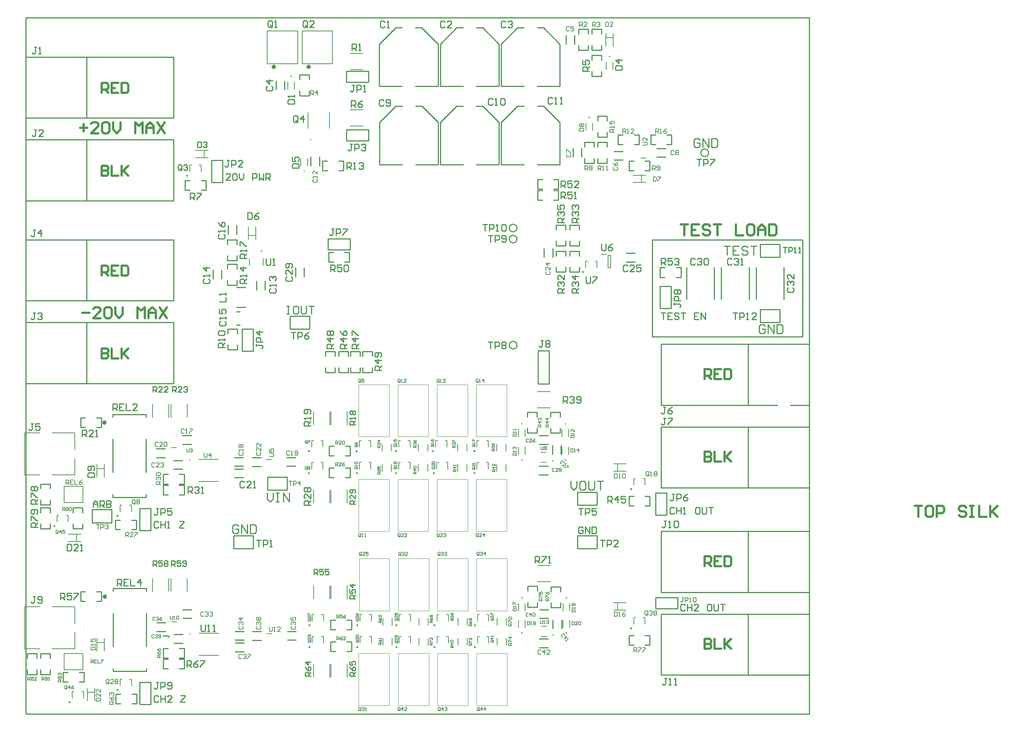
<source format=gto>
G04*
G04 #@! TF.GenerationSoftware,Altium Limited,CircuitStudio,1.5.1 (13)*
G04*
G04 Layer_Color=15065295*
%FSLAX23Y23*%
%MOIN*%
G70*
G01*
G75*
%ADD45C,0.010*%
%ADD46C,0.020*%
%ADD68C,0.010*%
%ADD69C,0.008*%
%ADD70C,0.004*%
%ADD71C,0.004*%
%ADD72C,0.005*%
%ADD73C,0.008*%
D45*
X6216Y6366D02*
G03*
X6216Y6366I-35J0D01*
G01*
Y6266D02*
G03*
X6216Y6266I-35J0D01*
G01*
Y5306D02*
G03*
X6216Y5306I-35J0D01*
G01*
X7949Y7047D02*
G03*
X7949Y7047I-35J0D01*
G01*
X4134Y4291D02*
X4213D01*
X4134Y4213D02*
X4213D01*
X4662Y4110D02*
X4705D01*
X4662Y4197D02*
X4705D01*
Y4110D02*
Y4195D01*
X4516Y4197D02*
X4560D01*
X4516Y4196D02*
X4516D01*
Y4110D02*
X4560D01*
X4516Y4111D02*
X4516Y4111D01*
X4516Y4110D02*
Y4197D01*
X4662Y4307D02*
X4705D01*
X4662Y4394D02*
X4705D01*
Y4307D02*
Y4392D01*
X4516Y4394D02*
X4560D01*
X4516Y4393D02*
X4516D01*
Y4307D02*
X4560D01*
X4516Y4308D02*
X4516Y4308D01*
X4516Y4307D02*
Y4394D01*
X6535Y4320D02*
Y4400D01*
X6614Y4320D02*
Y4400D01*
X6417Y4409D02*
X6496D01*
X6417Y4488D02*
X6496D01*
X6417Y4213D02*
X6496D01*
X6417Y4134D02*
X6496D01*
X6518Y4512D02*
X6605D01*
X6604D02*
X6604Y4512D01*
X6605D02*
Y4555D01*
X6519Y4512D02*
Y4512D01*
X6518D02*
Y4555D01*
X6520Y4701D02*
X6605D01*
X6518Y4657D02*
Y4701D01*
X6605Y4657D02*
Y4701D01*
X6395Y4657D02*
Y4701D01*
X6309Y4657D02*
Y4701D01*
X6311D02*
X6395D01*
X6309Y4512D02*
Y4555D01*
X6310Y4512D02*
Y4512D01*
X6395D02*
Y4555D01*
X6394Y4512D02*
X6394Y4512D01*
X6309Y4512D02*
X6395D01*
X7417Y2594D02*
Y2681D01*
X7417Y2680D02*
X7417Y2680D01*
X7374Y2681D02*
X7417D01*
Y2595D02*
X7417D01*
X7374Y2594D02*
X7417D01*
X7228Y2596D02*
Y2681D01*
Y2594D02*
X7272D01*
X7228Y2681D02*
X7272D01*
X6421Y2913D02*
X6501D01*
X6421Y2835D02*
X6501D01*
X6619Y2742D02*
Y2821D01*
X6540Y2742D02*
Y2821D01*
X6417Y2569D02*
X6496D01*
X6417Y2648D02*
X6496D01*
X6609Y3077D02*
Y3121D01*
X6523Y3077D02*
Y3121D01*
X6524D02*
X6609D01*
X6523Y2932D02*
Y2975D01*
X6524Y2932D02*
Y2932D01*
X6609D02*
Y2975D01*
X6608Y2932D02*
X6608Y2932D01*
X6523Y2932D02*
X6609D01*
X6313Y2937D02*
X6400D01*
X6399D02*
X6399Y2937D01*
X6400D02*
Y2980D01*
X6314Y2937D02*
Y2937D01*
X6313D02*
Y2980D01*
X6315Y3126D02*
X6400D01*
X6313Y3083D02*
Y3126D01*
X6400Y3083D02*
Y3126D01*
X7670Y2922D02*
Y3022D01*
X7470Y2922D02*
Y3022D01*
X7670D01*
X7470Y2922D02*
X7670D01*
X8307Y2323D02*
Y2874D01*
X7520Y2323D02*
Y2874D01*
Y2323D02*
X8858D01*
Y2874D01*
X7520D02*
X8858D01*
X7228Y3941D02*
X7272D01*
X7228Y3854D02*
X7272D01*
X7228Y3856D02*
Y3941D01*
X7374Y3854D02*
X7417D01*
Y3855D02*
X7417D01*
X7374Y3941D02*
X7417D01*
Y3940D02*
X7417Y3940D01*
Y3854D02*
Y3941D01*
X7470Y3769D02*
X7570D01*
X7470Y3969D02*
X7570D01*
Y3769D02*
Y3969D01*
X7470Y3769D02*
Y3969D01*
X8415Y5512D02*
X8593D01*
X8415D02*
Y5630D01*
X8593D01*
Y5512D02*
Y5630D01*
X8378Y5724D02*
Y6008D01*
X8630Y5724D02*
Y6008D01*
X8063Y5724D02*
Y6008D01*
X8315Y5724D02*
Y6008D01*
X7748Y5724D02*
Y6008D01*
X8000Y5724D02*
Y6008D01*
X7655Y5921D02*
X7698D01*
X7655Y6008D02*
X7698D01*
Y5921D02*
Y6006D01*
X7509Y6008D02*
X7553D01*
X7509Y6007D02*
X7509D01*
Y5921D02*
X7553D01*
X7509Y5922D02*
X7509Y5922D01*
X7509Y5921D02*
Y6008D01*
X6461Y6102D02*
Y6181D01*
X6540Y6102D02*
Y6181D01*
X6693Y5969D02*
X6780D01*
X6779D02*
X6779Y5969D01*
X6780D02*
Y6012D01*
X6694Y5969D02*
Y5969D01*
X6693D02*
Y6012D01*
X6695Y6157D02*
X6780D01*
X6693Y6114D02*
Y6157D01*
X6780Y6114D02*
Y6157D01*
X6571Y5969D02*
X6657D01*
X6656D02*
X6656Y5969D01*
X6657D02*
Y6012D01*
X6572Y5969D02*
Y5969D01*
X6571D02*
Y6012D01*
X6573Y6157D02*
X6657D01*
X6571Y6114D02*
Y6157D01*
X6657Y6114D02*
Y6157D01*
X6693Y6205D02*
Y6248D01*
X6780Y6205D02*
Y6248D01*
X6693Y6205D02*
X6778D01*
X6780Y6350D02*
Y6394D01*
X6779D02*
Y6394D01*
X6693Y6350D02*
Y6394D01*
X6694D02*
X6694Y6394D01*
X6693D02*
X6780D01*
X6657Y6350D02*
Y6394D01*
X6571Y6350D02*
Y6394D01*
X6573D02*
X6657D01*
X6571Y6205D02*
Y6248D01*
X6572Y6205D02*
Y6205D01*
X6657D02*
Y6248D01*
X6656Y6205D02*
X6656Y6205D01*
X6571Y6205D02*
X6657D01*
X7204Y6061D02*
X7284D01*
X7204Y6140D02*
X7284D01*
X7480Y7008D02*
X7559D01*
X7480Y7087D02*
X7559D01*
X7614Y7122D02*
Y7209D01*
X7614Y7208D02*
X7614Y7208D01*
X7571Y7209D02*
X7614D01*
Y7123D02*
X7614D01*
X7571Y7122D02*
X7614D01*
X7425Y7124D02*
Y7209D01*
Y7122D02*
X7469D01*
X7425Y7209D02*
X7469D01*
X7228Y6886D02*
Y6972D01*
Y6887D02*
X7228Y6887D01*
Y6886D02*
X7272D01*
X7228Y6971D02*
X7228D01*
Y6972D02*
X7272D01*
X7417Y6886D02*
Y6970D01*
X7374Y6972D02*
X7417D01*
X7374Y6886D02*
X7417D01*
X7093Y6982D02*
X7172D01*
X7093Y7061D02*
X7172D01*
X7276Y7122D02*
X7319D01*
X7276Y7209D02*
X7319D01*
Y7122D02*
Y7207D01*
X7130Y7209D02*
X7173D01*
X7130Y7208D02*
X7130D01*
Y7122D02*
X7173D01*
X7130Y7123D02*
X7130Y7123D01*
X7130Y7122D02*
Y7209D01*
X6945Y7189D02*
Y7232D01*
X7031Y7189D02*
Y7232D01*
X6945Y7189D02*
X7030D01*
X7031Y7335D02*
Y7378D01*
X7031D02*
Y7378D01*
X6945Y7335D02*
Y7378D01*
X6946D02*
X6946Y7378D01*
X6945D02*
X7031D01*
X6945Y7142D02*
X7031D01*
X6946Y7142D02*
X6946Y7142D01*
X6945Y7098D02*
Y7142D01*
X7031D02*
Y7142D01*
X7031Y7098D02*
Y7142D01*
X6945Y6953D02*
X7030D01*
X7031D02*
Y6996D01*
X6945Y6953D02*
Y6996D01*
X6827Y6953D02*
Y6996D01*
X6913Y6953D02*
Y6996D01*
X6827Y6953D02*
X6911D01*
X6913Y7098D02*
Y7142D01*
X6912D02*
Y7142D01*
X6827Y7098D02*
Y7142D01*
X6828D02*
X6828Y7142D01*
X6827D02*
X6913D01*
X6723Y7008D02*
Y7087D01*
X6801Y7008D02*
Y7087D01*
X6892Y7740D02*
X6978D01*
X6977D02*
X6977Y7740D01*
X6978D02*
Y7783D01*
X6893Y7740D02*
Y7740D01*
X6892D02*
Y7783D01*
X6894Y7929D02*
X6978D01*
X6892Y7886D02*
Y7929D01*
X6978Y7886D02*
Y7929D01*
Y8122D02*
Y8165D01*
X6892Y8122D02*
Y8165D01*
X6894D02*
X6978D01*
X6892Y7976D02*
Y8020D01*
X6893Y7976D02*
Y7976D01*
X6978D02*
Y8020D01*
X6977Y7976D02*
X6977Y7976D01*
X6892Y7976D02*
X6978D01*
X6774D02*
X6860D01*
X6859D02*
X6859Y7976D01*
X6860D02*
Y8020D01*
X6775Y7976D02*
Y7976D01*
X6774D02*
Y8020D01*
X6776Y8165D02*
X6860D01*
X6774Y8122D02*
Y8165D01*
X6860Y8122D02*
Y8165D01*
X6658Y8031D02*
Y8111D01*
X6737Y8031D02*
Y8111D01*
X4873Y7155D02*
Y7255D01*
X4673Y7155D02*
Y7255D01*
X4873D01*
X4673Y7155D02*
X4873D01*
X4350Y6929D02*
Y7008D01*
X4429Y6929D02*
Y7008D01*
X4646Y6886D02*
Y6972D01*
X4646Y6971D02*
X4646Y6971D01*
X4603Y6972D02*
X4646D01*
Y6887D02*
X4646D01*
X4603Y6886D02*
X4646D01*
X4457Y6888D02*
Y6972D01*
Y6886D02*
X4500D01*
X4457Y6972D02*
X4500D01*
X4114Y7618D02*
Y7697D01*
X4035Y7618D02*
Y7697D01*
X4819Y5060D02*
Y5103D01*
X4906Y5060D02*
Y5103D01*
X4819Y5060D02*
X4904D01*
X4906Y5206D02*
Y5249D01*
X4905D02*
Y5249D01*
X4819Y5206D02*
Y5249D01*
X4820D02*
X4820Y5249D01*
X4819D02*
X4906D01*
X4797Y5206D02*
Y5249D01*
X4711Y5206D02*
Y5249D01*
X4713D02*
X4797D01*
X4711Y5060D02*
Y5103D01*
X4712Y5060D02*
Y5060D01*
X4797D02*
Y5103D01*
X4796Y5060D02*
X4796Y5060D01*
X4711Y5060D02*
X4797D01*
X4602Y5060D02*
X4689D01*
X4688D02*
X4688Y5060D01*
X4689D02*
Y5103D01*
X4603Y5060D02*
Y5060D01*
X4602D02*
Y5103D01*
X4604Y5249D02*
X4689D01*
X4602Y5206D02*
Y5249D01*
X4689Y5206D02*
Y5249D01*
X4484D02*
X4571D01*
X4485Y5249D02*
X4485Y5249D01*
X4484Y5206D02*
Y5249D01*
X4570D02*
Y5249D01*
X4571Y5206D02*
Y5249D01*
X4484Y5060D02*
X4569D01*
X4571D02*
Y5103D01*
X4484Y5060D02*
Y5103D01*
X4506Y6170D02*
X4706D01*
X4506Y6270D02*
X4706D01*
X4506Y6170D02*
Y6270D01*
X4706Y6170D02*
Y6270D01*
X4512Y6059D02*
Y6146D01*
Y6060D02*
X4512Y6060D01*
Y6059D02*
X4555D01*
X4512Y6145D02*
X4512D01*
Y6146D02*
X4555D01*
X4701Y6059D02*
Y6144D01*
X4657Y6146D02*
X4701D01*
X4657Y6059D02*
X4701D01*
X4291Y5926D02*
Y6006D01*
X4213Y5926D02*
Y6006D01*
X4163Y5453D02*
Y5571D01*
Y5453D02*
X4341D01*
Y5571D01*
X4163D02*
X4341D01*
X3597Y6072D02*
Y6115D01*
X3683Y6072D02*
Y6115D01*
X3597Y6072D02*
X3681D01*
X3683Y6217D02*
Y6261D01*
X3682D02*
Y6261D01*
X3597Y6217D02*
Y6261D01*
X3598D02*
X3598Y6261D01*
X3597D02*
X3683D01*
X3465Y5905D02*
Y5985D01*
X3543Y5905D02*
Y5985D01*
X3597Y6039D02*
X3683D01*
X3598Y6039D02*
X3598Y6039D01*
X3597Y5996D02*
Y6039D01*
X3682D02*
Y6039D01*
X3683Y5996D02*
Y6039D01*
X3597Y5850D02*
X3681D01*
X3683D02*
Y5894D01*
X3597Y5850D02*
Y5894D01*
X3730Y5254D02*
Y5454D01*
X3830Y5254D02*
Y5454D01*
X3730D02*
X3830D01*
X3730Y5254D02*
X3830D01*
X3598Y5265D02*
Y5309D01*
X3685Y5265D02*
Y5309D01*
X3598Y5265D02*
X3683D01*
X3685Y5411D02*
Y5454D01*
X3684D02*
Y5454D01*
X3598Y5411D02*
Y5454D01*
X3599D02*
X3599Y5454D01*
X3598D02*
X3685D01*
X3859Y5807D02*
Y5886D01*
X3937Y5807D02*
Y5886D01*
X3602Y6308D02*
Y6388D01*
X3681Y6308D02*
Y6388D01*
X4531Y2732D02*
Y2819D01*
Y2733D02*
X4531Y2733D01*
Y2732D02*
X4575D01*
X4531Y2818D02*
X4531D01*
Y2819D02*
X4575D01*
X4720Y2732D02*
Y2817D01*
X4677Y2819D02*
X4720D01*
X4677Y2732D02*
X4720D01*
X4531Y2535D02*
Y2622D01*
Y2536D02*
X4531Y2536D01*
Y2535D02*
X4575D01*
X4531Y2621D02*
X4531D01*
Y2622D02*
X4575D01*
X4720Y2535D02*
Y2620D01*
X4677Y2622D02*
X4720D01*
X4677Y2535D02*
X4720D01*
X4138Y2638D02*
X4217D01*
X4138Y2717D02*
X4217D01*
X3823Y2715D02*
X3902D01*
X3823Y2636D02*
X3902D01*
X3666Y2717D02*
X3745D01*
X3666Y2638D02*
X3745D01*
X3666Y2612D02*
X3745D01*
X3666Y2533D02*
X3745D01*
X3193Y2835D02*
X3272D01*
X3193Y2913D02*
X3272D01*
X3061Y2677D02*
X3071Y2667D01*
X3051Y2677D02*
X3061D01*
X3012D02*
X3051D01*
X3205Y2476D02*
Y2563D01*
X3205Y2562D02*
X3205Y2562D01*
X3161Y2563D02*
X3205D01*
Y2477D02*
X3205D01*
X3161Y2476D02*
X3205D01*
X3016Y2478D02*
Y2563D01*
Y2476D02*
X3059D01*
X3016Y2563D02*
X3059D01*
X3114Y2689D02*
X3194D01*
X3114Y2610D02*
X3194D01*
X2957Y2795D02*
X3036D01*
X2957Y2717D02*
X3036D01*
X3161Y2378D02*
X3205D01*
X3161Y2465D02*
X3205D01*
Y2378D02*
Y2463D01*
X3016Y2465D02*
X3059D01*
X3016Y2464D02*
X3016D01*
Y2378D02*
X3059D01*
X3016Y2379D02*
X3016Y2379D01*
X3016Y2378D02*
Y2465D01*
X2413Y2988D02*
X2457D01*
X2413Y3075D02*
X2457D01*
Y2988D02*
Y3073D01*
X2268Y3075D02*
X2311D01*
X2268Y3074D02*
X2268D01*
Y2988D02*
X2311D01*
X2268Y2989D02*
X2268Y2989D01*
X2268Y2988D02*
Y3075D01*
X2863Y2356D02*
Y2381D01*
X2563Y2356D02*
Y2381D01*
X2863Y3081D02*
Y3106D01*
X2563Y3081D02*
Y3106D01*
X2863Y2581D02*
Y2881D01*
X2563Y2581D02*
Y2881D01*
Y2356D02*
X2863D01*
X2563Y3106D02*
X2863D01*
X3819Y4211D02*
X3898D01*
X3819Y4289D02*
X3898D01*
X3661Y4213D02*
X3740D01*
X3661Y4291D02*
X3740D01*
X3661Y4108D02*
X3740D01*
X3661Y4187D02*
X3740D01*
X3189Y4488D02*
X3268D01*
X3189Y4409D02*
X3268D01*
X2952Y4291D02*
X3032D01*
X2952Y4370D02*
X3032D01*
X3110Y4185D02*
X3189D01*
X3110Y4264D02*
X3189D01*
X3016Y4138D02*
X3059D01*
X3016Y4051D02*
X3059D01*
X3016Y4053D02*
Y4138D01*
X3161Y4051D02*
X3205D01*
Y4052D02*
X3205D01*
X3161Y4138D02*
X3205D01*
Y4137D02*
X3205Y4137D01*
Y4051D02*
Y4138D01*
X3016Y3953D02*
Y4039D01*
Y3954D02*
X3016Y3954D01*
Y3953D02*
X3059D01*
X3016Y4038D02*
X3016D01*
Y4039D02*
X3059D01*
X3205Y3953D02*
Y4037D01*
X3161Y4039D02*
X3205D01*
X3161Y3953D02*
X3205D01*
X2804Y3631D02*
X2904D01*
X2804Y3831D02*
X2904D01*
Y3631D02*
Y3831D01*
X2804Y3631D02*
Y3831D01*
X2559Y4681D02*
X2859D01*
X2559Y3931D02*
X2859D01*
X2559Y4156D02*
Y4456D01*
X2859Y4156D02*
Y4456D01*
X2559Y4656D02*
Y4681D01*
X2859Y4656D02*
Y4681D01*
X2559Y3931D02*
Y3956D01*
X2859Y3931D02*
Y3956D01*
X2268Y4563D02*
Y4650D01*
Y4564D02*
X2268Y4564D01*
Y4563D02*
X2311D01*
X2268Y4649D02*
X2268D01*
Y4650D02*
X2311D01*
X2457Y4563D02*
Y4648D01*
X2413Y4650D02*
X2457D01*
X2413Y4563D02*
X2457D01*
X2323Y4961D02*
Y5512D01*
X3110Y4961D02*
Y5512D01*
X1772D02*
X3110D01*
X1772Y4961D02*
Y5512D01*
Y4961D02*
X3110D01*
X1772Y5709D02*
X3110D01*
X1772D02*
Y6260D01*
X3110D01*
Y5709D02*
Y6260D01*
X2323Y5709D02*
Y6260D01*
X2323Y6614D02*
Y7165D01*
X3110Y6614D02*
Y7165D01*
X1772D02*
X3110D01*
X1772Y6614D02*
Y7165D01*
Y6614D02*
X3110D01*
X1772Y7362D02*
X3110D01*
X1772D02*
Y7913D01*
X3110D01*
Y7362D02*
Y7913D01*
X2323Y7362D02*
Y7913D01*
X6457Y7470D02*
X6604Y7323D01*
Y6939D02*
Y7323D01*
X6073Y6939D02*
Y7323D01*
X6220Y7470D01*
X6457D02*
X6604Y7323D01*
X6073Y6939D02*
X6279D01*
X6398D02*
X6604D01*
X6398Y7470D02*
X6457D01*
X6220D02*
X6279D01*
X5669Y7470D02*
X5728D01*
X5847D02*
X5906D01*
X5847Y6939D02*
X6053D01*
X5522D02*
X5728D01*
X5906Y7470D02*
X6053Y7323D01*
X5522D02*
X5669Y7470D01*
X5522Y6939D02*
Y7323D01*
X6053Y6939D02*
Y7323D01*
X5906Y7470D02*
X6053Y7323D01*
X5357Y7470D02*
X5504Y7323D01*
Y6939D02*
Y7323D01*
X4973Y6939D02*
Y7323D01*
X5121Y7470D01*
X5357D02*
X5504Y7323D01*
X4973Y6939D02*
X5179D01*
X5298D02*
X5504D01*
X5298Y7470D02*
X5357D01*
X5121D02*
X5179D01*
X6220Y8179D02*
X6279D01*
X6398D02*
X6457D01*
X6398Y7648D02*
X6604D01*
X6073D02*
X6279D01*
X6457Y8179D02*
X6604Y8031D01*
X6073D02*
X6220Y8179D01*
X6073Y7648D02*
Y8031D01*
X6604Y7648D02*
Y8031D01*
X6457Y8179D02*
X6604Y8031D01*
X5906Y8179D02*
X6053Y8031D01*
Y7648D02*
Y8031D01*
X5522Y7648D02*
Y8031D01*
X5669Y8179D01*
X5906D02*
X6053Y8031D01*
X5522Y7648D02*
X5728D01*
X5847D02*
X6053D01*
X5847Y8179D02*
X5906D01*
X5669D02*
X5728D01*
X5118D02*
X5177D01*
X5295D02*
X5354D01*
X5295Y7648D02*
X5502D01*
X4970D02*
X5177D01*
X5354Y8179D02*
X5502Y8031D01*
X4970D02*
X5118Y8179D01*
X4970Y7648D02*
Y8031D01*
X5502Y7648D02*
Y8031D01*
X5354Y8179D02*
X5502Y8031D01*
X4874Y7686D02*
Y7786D01*
X4674Y7686D02*
Y7786D01*
X4874D01*
X4674Y7686D02*
X4874D01*
X7520Y3622D02*
X8858D01*
Y3071D02*
Y3622D01*
X7520Y3071D02*
X8858D01*
X7520D02*
Y3622D01*
X8307Y3071D02*
Y3622D01*
X6507Y4956D02*
Y5256D01*
X6407Y4956D02*
Y5256D01*
Y4956D02*
X6507D01*
X6407Y5256D02*
X6507D01*
X3454Y6781D02*
X3554D01*
X3454Y6981D02*
X3554D01*
Y6781D02*
Y6981D01*
X3454Y6781D02*
Y6981D01*
X7609Y5639D02*
Y5839D01*
X7509Y5639D02*
Y5839D01*
Y5639D02*
X7609D01*
X7509Y5839D02*
X7609D01*
X6547Y6620D02*
X6591D01*
X6547Y6707D02*
X6591D01*
Y6620D02*
Y6705D01*
X6402Y6707D02*
X6445D01*
X6402Y6706D02*
X6402D01*
Y6620D02*
X6445D01*
X6402Y6621D02*
X6402Y6621D01*
X6402Y6620D02*
Y6707D01*
Y6719D02*
Y6805D01*
Y6719D02*
X6402Y6719D01*
Y6719D02*
X6445D01*
X6402Y6804D02*
X6402D01*
Y6805D02*
X6445D01*
X6591Y6719D02*
Y6803D01*
X6547Y6805D02*
X6591D01*
X6547Y6719D02*
X6591D01*
X6762Y3583D02*
X6939D01*
Y3465D02*
Y3583D01*
X6762Y3465D02*
X6939D01*
X6762D02*
Y3583D01*
Y3976D02*
X6939D01*
Y3858D02*
Y3976D01*
X6762Y3858D02*
X6939D01*
X6762D02*
Y3976D01*
X3680Y5828D02*
X3760D01*
X3680Y5648D02*
X3760D01*
X3679Y5491D02*
X3709D01*
X3679Y5611D02*
X3709D01*
X8701Y4764D02*
X8858D01*
X7520D02*
X8543D01*
X8573D01*
X8691D02*
X8701D01*
X3652Y3583D02*
X3829D01*
Y3465D02*
Y3583D01*
X3652Y3465D02*
X3829D01*
X3652D02*
Y3583D01*
X3959Y4114D02*
X4137D01*
Y3996D02*
Y4114D01*
X3959Y3996D02*
X4137D01*
X3959D02*
Y4114D01*
X7441Y5384D02*
Y6260D01*
X8799D01*
X7441Y5384D02*
X8789D01*
X8799D02*
Y6260D01*
X8789Y5384D02*
X8799D01*
X7520Y5315D02*
X8858D01*
Y4764D02*
Y5315D01*
X7520Y4764D02*
Y5315D01*
X8307Y4764D02*
Y5315D01*
X8307Y4016D02*
Y4567D01*
X7520Y4016D02*
Y4567D01*
Y4016D02*
X8858D01*
Y4567D01*
X7520D02*
X8858D01*
X8415Y6220D02*
X8593D01*
Y6102D02*
Y6220D01*
X8415Y6102D02*
X8593D01*
X8415D02*
Y6220D01*
X4248Y7563D02*
Y7606D01*
X4335Y7563D02*
Y7606D01*
X4248Y7563D02*
X4333D01*
X4335Y7709D02*
Y7752D01*
X4334D02*
Y7752D01*
X4248Y7709D02*
Y7752D01*
X4249D02*
X4249Y7752D01*
X4248D02*
X4335D01*
X3402Y6709D02*
Y6795D01*
X3402Y6794D02*
X3402Y6794D01*
X3358Y6795D02*
X3402D01*
Y6710D02*
X3402D01*
X3358Y6709D02*
X3402D01*
X3213Y6711D02*
Y6795D01*
Y6709D02*
X3256D01*
X3213Y6795D02*
X3256D01*
X2804Y2056D02*
Y2256D01*
X2904Y2056D02*
Y2256D01*
X2804D02*
X2904D01*
X2804Y2056D02*
X2904D01*
X2772Y3638D02*
Y3724D01*
X2772Y3723D02*
X2772Y3723D01*
X2728Y3724D02*
X2772D01*
Y3639D02*
X2772D01*
X2728Y3638D02*
X2772D01*
X2583Y3640D02*
Y3724D01*
Y3638D02*
X2626D01*
X2583Y3724D02*
X2626D01*
X1906Y4051D02*
X1992D01*
X1906Y4051D02*
X1906Y4051D01*
X1906Y4008D02*
Y4051D01*
X1991D02*
Y4051D01*
X1992Y4008D02*
Y4051D01*
X1906Y3862D02*
X1990D01*
X1992D02*
Y3906D01*
X1906Y3862D02*
Y3906D01*
X1906Y3835D02*
X1992D01*
X1906Y3835D02*
X1906Y3835D01*
X1906Y3791D02*
Y3835D01*
X1991D02*
Y3835D01*
X1992Y3791D02*
Y3835D01*
X1906Y3646D02*
X1990D01*
X1992D02*
Y3689D01*
X1906Y3646D02*
Y3689D01*
X2201Y3835D02*
X2287D01*
X2202Y3835D02*
X2202Y3835D01*
X2201Y3791D02*
Y3835D01*
X2286D02*
Y3835D01*
X2287Y3791D02*
Y3835D01*
X2201Y3646D02*
X2285D01*
X2287D02*
Y3689D01*
X2201Y3646D02*
Y3689D01*
X2372Y3701D02*
Y3819D01*
Y3701D02*
X2549D01*
Y3819D01*
X2372D02*
X2549D01*
X2587Y2150D02*
X2630D01*
X2587Y2063D02*
X2630D01*
X2587Y2065D02*
Y2150D01*
X2733Y2063D02*
X2776D01*
Y2064D02*
X2776D01*
X2733Y2150D02*
X2776D01*
Y2149D02*
X2776Y2149D01*
Y2063D02*
Y2150D01*
X1787Y2327D02*
X1874D01*
X1873D02*
X1873Y2327D01*
X1874D02*
Y2370D01*
X1788Y2327D02*
Y2327D01*
X1787D02*
Y2370D01*
X1789Y2516D02*
X1874D01*
X1787Y2472D02*
Y2516D01*
X1874Y2472D02*
Y2516D01*
X1906D02*
X1992D01*
X1906Y2516D02*
X1906Y2516D01*
X1906Y2472D02*
Y2516D01*
X1991D02*
Y2516D01*
X1992Y2472D02*
Y2516D01*
X1906Y2327D02*
X1990D01*
X1992D02*
Y2370D01*
X1906Y2327D02*
Y2370D01*
X2110Y2260D02*
Y2346D01*
Y2261D02*
X2110Y2261D01*
Y2260D02*
X2154D01*
X2110Y2345D02*
X2110D01*
Y2346D02*
X2154D01*
X2299Y2260D02*
Y2344D01*
X2256Y2346D02*
X2299D01*
X2256Y2260D02*
X2299D01*
X7565Y3717D02*
X7545D01*
X7555D01*
Y3667D01*
X7545Y3657D01*
X7535D01*
X7525Y3667D01*
X7585Y3657D02*
X7605D01*
X7595D01*
Y3717D01*
X7585Y3707D01*
X7635D02*
X7645Y3717D01*
X7665D01*
X7675Y3707D01*
Y3667D01*
X7665Y3657D01*
X7645D01*
X7635Y3667D01*
Y3707D01*
X7570Y2294D02*
X7550D01*
X7560D01*
Y2244D01*
X7550Y2234D01*
X7540D01*
X7530Y2244D01*
X7590Y2234D02*
X7610D01*
X7600D01*
Y2294D01*
X7590Y2284D01*
X7639Y2234D02*
X7659D01*
X7649D01*
Y2294D01*
X7639Y2284D01*
X1861Y3032D02*
X1841D01*
X1851D01*
Y2982D01*
X1841Y2972D01*
X1831D01*
X1821Y2982D01*
X1881D02*
X1891Y2972D01*
X1911D01*
X1921Y2982D01*
Y3022D01*
X1911Y3032D01*
X1891D01*
X1881Y3022D01*
Y3012D01*
X1891Y3002D01*
X1921D01*
X4754Y3012D02*
X4704D01*
Y3037D01*
X4712Y3045D01*
X4729D01*
X4737Y3037D01*
Y3012D01*
Y3028D02*
X4754Y3045D01*
X4704Y3095D02*
Y3062D01*
X4729D01*
X4721Y3078D01*
Y3087D01*
X4729Y3095D01*
X4746D01*
X4754Y3087D01*
Y3070D01*
X4746Y3062D01*
X4754Y3137D02*
X4704D01*
X4729Y3112D01*
Y3145D01*
X4380Y3228D02*
Y3278D01*
X4405D01*
X4413Y3270D01*
Y3253D01*
X4405Y3245D01*
X4380D01*
X4397D02*
X4413Y3228D01*
X4463Y3278D02*
X4430D01*
Y3253D01*
X4447Y3262D01*
X4455D01*
X4463Y3253D01*
Y3237D01*
X4455Y3228D01*
X4438D01*
X4430Y3237D01*
X4513Y3278D02*
X4480D01*
Y3253D01*
X4497Y3262D01*
X4505D01*
X4513Y3253D01*
Y3237D01*
X4505Y3228D01*
X4488D01*
X4480Y3237D01*
X2087Y3002D02*
Y3062D01*
X2117D01*
X2127Y3052D01*
Y3032D01*
X2117Y3022D01*
X2087D01*
X2107D02*
X2127Y3002D01*
X2187Y3062D02*
X2147D01*
Y3032D01*
X2167Y3042D01*
X2177D01*
X2187Y3032D01*
Y3012D01*
X2177Y3002D01*
X2157D01*
X2147Y3012D01*
X2207Y3062D02*
X2247D01*
Y3052D01*
X2207Y3012D01*
Y3002D01*
X2923Y3307D02*
Y3357D01*
X2948D01*
X2957Y3349D01*
Y3332D01*
X2948Y3324D01*
X2923D01*
X2940D02*
X2957Y3307D01*
X3007Y3357D02*
X2973D01*
Y3332D01*
X2990Y3340D01*
X2998D01*
X3007Y3332D01*
Y3315D01*
X2998Y3307D01*
X2982D01*
X2973Y3315D01*
X3023Y3349D02*
X3032Y3357D01*
X3048D01*
X3057Y3349D01*
Y3340D01*
X3048Y3332D01*
X3057Y3324D01*
Y3315D01*
X3048Y3307D01*
X3032D01*
X3023Y3315D01*
Y3324D01*
X3032Y3332D01*
X3023Y3340D01*
Y3349D01*
X3032Y3332D02*
X3048D01*
X3091Y3307D02*
Y3357D01*
X3116D01*
X3124Y3349D01*
Y3332D01*
X3116Y3324D01*
X3091D01*
X3107D02*
X3124Y3307D01*
X3174Y3357D02*
X3141D01*
Y3332D01*
X3157Y3340D01*
X3166D01*
X3174Y3332D01*
Y3315D01*
X3166Y3307D01*
X3149D01*
X3141Y3315D01*
X3191D02*
X3199Y3307D01*
X3216D01*
X3224Y3315D01*
Y3349D01*
X3216Y3357D01*
X3199D01*
X3191Y3349D01*
Y3340D01*
X3199Y3332D01*
X3224D01*
X4350Y2313D02*
X4300D01*
Y2338D01*
X4309Y2346D01*
X4325D01*
X4334Y2338D01*
Y2313D01*
Y2330D02*
X4350Y2346D01*
X4300Y2396D02*
X4309Y2380D01*
X4325Y2363D01*
X4342D01*
X4350Y2371D01*
Y2388D01*
X4342Y2396D01*
X4334D01*
X4325Y2388D01*
Y2363D01*
X4350Y2438D02*
X4300D01*
X4325Y2413D01*
Y2446D01*
X4754Y2313D02*
X4704D01*
Y2338D01*
X4712Y2346D01*
X4729D01*
X4737Y2338D01*
Y2313D01*
Y2330D02*
X4754Y2346D01*
X4704Y2396D02*
X4712Y2380D01*
X4729Y2363D01*
X4746D01*
X4754Y2371D01*
Y2388D01*
X4746Y2396D01*
X4737D01*
X4729Y2388D01*
Y2363D01*
X4704Y2446D02*
Y2413D01*
X4729D01*
X4721Y2430D01*
Y2438D01*
X4729Y2446D01*
X4746D01*
X4754Y2438D01*
Y2421D01*
X4746Y2413D01*
X3228Y2392D02*
Y2452D01*
X3258D01*
X3268Y2442D01*
Y2422D01*
X3258Y2412D01*
X3228D01*
X3248D02*
X3268Y2392D01*
X3328Y2452D02*
X3308Y2442D01*
X3288Y2422D01*
Y2402D01*
X3298Y2392D01*
X3318D01*
X3328Y2402D01*
Y2412D01*
X3318Y2422D01*
X3288D01*
X3348Y2452D02*
X3388D01*
Y2442D01*
X3348Y2402D01*
Y2392D01*
X6378Y3337D02*
Y3397D01*
X6408D01*
X6418Y3387D01*
Y3367D01*
X6408Y3357D01*
X6378D01*
X6398D02*
X6418Y3337D01*
X6438Y3397D02*
X6478D01*
Y3387D01*
X6438Y3347D01*
Y3337D01*
X6498D02*
X6518D01*
X6508D01*
Y3397D01*
X6498Y3387D01*
X2598Y3130D02*
Y3190D01*
X2628D01*
X2638Y3180D01*
Y3160D01*
X2628Y3150D01*
X2598D01*
X2618D02*
X2638Y3130D01*
X2698Y3190D02*
X2658D01*
Y3130D01*
X2698D01*
X2658Y3160D02*
X2678D01*
X2718Y3190D02*
Y3130D01*
X2758D01*
X2808D02*
Y3190D01*
X2778Y3160D01*
X2818D01*
X3356Y2777D02*
Y2727D01*
X3366Y2717D01*
X3386D01*
X3396Y2727D01*
Y2777D01*
X3416Y2717D02*
X3436D01*
X3426D01*
Y2777D01*
X3416Y2767D01*
X3466Y2717D02*
X3486D01*
X3476D01*
Y2777D01*
X3466Y2767D01*
X7844Y6989D02*
X7884D01*
X7864D01*
Y6929D01*
X7904D02*
Y6989D01*
X7934D01*
X7944Y6979D01*
Y6959D01*
X7934Y6949D01*
X7904D01*
X7964Y6989D02*
X8004D01*
Y6979D01*
X7964Y6939D01*
Y6929D01*
X4173Y5424D02*
X4213D01*
X4193D01*
Y5364D01*
X4233D02*
Y5424D01*
X4263D01*
X4273Y5414D01*
Y5394D01*
X4263Y5384D01*
X4233D01*
X4333Y5424D02*
X4313Y5414D01*
X4293Y5394D01*
Y5374D01*
X4303Y5364D01*
X4323D01*
X4333Y5374D01*
Y5384D01*
X4323Y5394D01*
X4293D01*
X2559Y4715D02*
Y4775D01*
X2589D01*
X2599Y4765D01*
Y4745D01*
X2589Y4735D01*
X2559D01*
X2579D02*
X2599Y4715D01*
X2659Y4775D02*
X2619D01*
Y4715D01*
X2659D01*
X2619Y4745D02*
X2639D01*
X2679Y4775D02*
Y4715D01*
X2719D01*
X2779D02*
X2739D01*
X2779Y4755D01*
Y4765D01*
X2769Y4775D01*
X2749D01*
X2739Y4765D01*
X7037Y3878D02*
Y3938D01*
X7067D01*
X7077Y3928D01*
Y3908D01*
X7067Y3898D01*
X7037D01*
X7057D02*
X7077Y3878D01*
X7127D02*
Y3938D01*
X7097Y3908D01*
X7137D01*
X7197Y3938D02*
X7157D01*
Y3908D01*
X7177Y3918D01*
X7187D01*
X7197Y3908D01*
Y3888D01*
X7187Y3878D01*
X7167D01*
X7157Y3888D01*
X6634Y4783D02*
Y4843D01*
X6664D01*
X6674Y4833D01*
Y4813D01*
X6664Y4803D01*
X6634D01*
X6654D02*
X6674Y4783D01*
X6694Y4833D02*
X6704Y4843D01*
X6724D01*
X6734Y4833D01*
Y4823D01*
X6724Y4813D01*
X6714D01*
X6724D01*
X6734Y4803D01*
Y4793D01*
X6724Y4783D01*
X6704D01*
X6694Y4793D01*
X6754D02*
X6764Y4783D01*
X6784D01*
X6794Y4793D01*
Y4833D01*
X6784Y4843D01*
X6764D01*
X6754Y4833D01*
Y4823D01*
X6764Y4813D01*
X6794D01*
X3238Y3967D02*
Y4027D01*
X3268D01*
X3278Y4017D01*
Y3997D01*
X3268Y3987D01*
X3238D01*
X3258D02*
X3278Y3967D01*
X3298Y4017D02*
X3308Y4027D01*
X3328D01*
X3338Y4017D01*
Y4007D01*
X3328Y3997D01*
X3318D01*
X3328D01*
X3338Y3987D01*
Y3977D01*
X3328Y3967D01*
X3308D01*
X3298Y3977D01*
X3358Y3967D02*
X3378D01*
X3368D01*
Y4027D01*
X3358Y4017D01*
X4754Y3868D02*
X4704D01*
Y3893D01*
X4712Y3901D01*
X4729D01*
X4737Y3893D01*
Y3868D01*
Y3885D02*
X4754Y3901D01*
Y3951D02*
Y3918D01*
X4721Y3951D01*
X4712D01*
X4704Y3943D01*
Y3926D01*
X4712Y3918D01*
X4746Y3968D02*
X4754Y3976D01*
Y3993D01*
X4746Y4001D01*
X4712D01*
X4704Y3993D01*
Y3976D01*
X4712Y3968D01*
X4721D01*
X4729Y3976D01*
Y4001D01*
X4350Y3858D02*
X4290D01*
Y3888D01*
X4300Y3898D01*
X4320D01*
X4330Y3888D01*
Y3858D01*
Y3878D02*
X4350Y3898D01*
Y3958D02*
Y3918D01*
X4310Y3958D01*
X4300D01*
X4290Y3948D01*
Y3928D01*
X4300Y3918D01*
Y3978D02*
X4290Y3988D01*
Y4008D01*
X4300Y4018D01*
X4310D01*
X4320Y4008D01*
X4330Y4018D01*
X4340D01*
X4350Y4008D01*
Y3988D01*
X4340Y3978D01*
X4330D01*
X4320Y3988D01*
X4310Y3978D01*
X4300D01*
X4320Y3988D02*
Y4008D01*
X3100Y4882D02*
Y4932D01*
X3125D01*
X3134Y4924D01*
Y4907D01*
X3125Y4899D01*
X3100D01*
X3117D02*
X3134Y4882D01*
X3184D02*
X3150D01*
X3184Y4915D01*
Y4924D01*
X3175Y4932D01*
X3159D01*
X3150Y4924D01*
X3200D02*
X3209Y4932D01*
X3225D01*
X3234Y4924D01*
Y4915D01*
X3225Y4907D01*
X3217D01*
X3225D01*
X3234Y4899D01*
Y4890D01*
X3225Y4882D01*
X3209D01*
X3200Y4890D01*
X2923Y4882D02*
Y4932D01*
X2948D01*
X2957Y4924D01*
Y4907D01*
X2948Y4899D01*
X2923D01*
X2940D02*
X2957Y4882D01*
X3007D02*
X2973D01*
X3007Y4915D01*
Y4924D01*
X2998Y4932D01*
X2982D01*
X2973Y4924D01*
X3057Y4882D02*
X3023D01*
X3057Y4915D01*
Y4924D01*
X3048Y4932D01*
X3032D01*
X3023Y4924D01*
X2283Y4478D02*
Y4538D01*
X2313D01*
X2323Y4528D01*
Y4508D01*
X2313Y4498D01*
X2283D01*
X2303D02*
X2323Y4478D01*
X2383D02*
X2343D01*
X2383Y4518D01*
Y4528D01*
X2373Y4538D01*
X2353D01*
X2343Y4528D01*
X2403Y4478D02*
X2423D01*
X2413D01*
Y4538D01*
X2403Y4528D01*
X4350Y4577D02*
X4290D01*
Y4607D01*
X4300Y4617D01*
X4320D01*
X4330Y4607D01*
Y4577D01*
Y4597D02*
X4350Y4617D01*
Y4637D02*
Y4657D01*
Y4647D01*
X4290D01*
X4300Y4637D01*
X4340Y4687D02*
X4350Y4697D01*
Y4717D01*
X4340Y4727D01*
X4300D01*
X4290Y4717D01*
Y4697D01*
X4300Y4687D01*
X4310D01*
X4320Y4697D01*
Y4727D01*
X4754Y4587D02*
X4704D01*
Y4612D01*
X4712Y4620D01*
X4729D01*
X4737Y4612D01*
Y4587D01*
Y4603D02*
X4754Y4620D01*
Y4637D02*
Y4653D01*
Y4645D01*
X4704D01*
X4712Y4637D01*
Y4678D02*
X4704Y4687D01*
Y4703D01*
X4712Y4712D01*
X4721D01*
X4729Y4703D01*
X4737Y4712D01*
X4746D01*
X4754Y4703D01*
Y4687D01*
X4746Y4678D01*
X4737D01*
X4729Y4687D01*
X4721Y4678D01*
X4712D01*
X4729Y4687D02*
Y4703D01*
X4675Y6900D02*
Y6960D01*
X4705D01*
X4715Y6950D01*
Y6930D01*
X4705Y6920D01*
X4675D01*
X4695D02*
X4715Y6900D01*
X4735D02*
X4755D01*
X4745D01*
Y6960D01*
X4735Y6950D01*
X4785D02*
X4795Y6960D01*
X4815D01*
X4825Y6950D01*
Y6940D01*
X4815Y6930D01*
X4805D01*
X4815D01*
X4825Y6920D01*
Y6910D01*
X4815Y6900D01*
X4795D01*
X4785Y6910D01*
X3258Y6624D02*
Y6684D01*
X3288D01*
X3298Y6674D01*
Y6654D01*
X3288Y6644D01*
X3258D01*
X3278D02*
X3298Y6624D01*
X3318Y6684D02*
X3358D01*
Y6674D01*
X3318Y6634D01*
Y6624D01*
X4715Y7461D02*
Y7521D01*
X4745D01*
X4755Y7511D01*
Y7491D01*
X4745Y7481D01*
X4715D01*
X4735D02*
X4755Y7461D01*
X4815Y7521D02*
X4795Y7511D01*
X4775Y7491D01*
Y7471D01*
X4785Y7461D01*
X4805D01*
X4815Y7471D01*
Y7481D01*
X4805Y7491D01*
X4775D01*
X4724Y7972D02*
Y8032D01*
X4754D01*
X4764Y8022D01*
Y8002D01*
X4754Y7992D01*
X4724D01*
X4744D02*
X4764Y7972D01*
X4784D02*
X4804D01*
X4794D01*
Y8032D01*
X4784Y8022D01*
X4233Y7333D02*
Y7373D01*
X4223Y7383D01*
X4203D01*
X4193Y7373D01*
Y7333D01*
X4203Y7323D01*
X4223D01*
X4213Y7343D02*
X4233Y7323D01*
X4223D02*
X4233Y7333D01*
X4283Y7323D02*
Y7383D01*
X4253Y7353D01*
X4293D01*
X3183Y6898D02*
Y6931D01*
X3175Y6940D01*
X3158D01*
X3150Y6931D01*
Y6898D01*
X3158Y6890D01*
X3175D01*
X3166Y6906D02*
X3183Y6890D01*
X3175D02*
X3183Y6898D01*
X3200Y6931D02*
X3208Y6940D01*
X3225D01*
X3233Y6931D01*
Y6923D01*
X3225Y6915D01*
X3216D01*
X3225D01*
X3233Y6906D01*
Y6898D01*
X3225Y6890D01*
X3208D01*
X3200Y6898D01*
X4318Y8194D02*
Y8234D01*
X4308Y8244D01*
X4288D01*
X4278Y8234D01*
Y8194D01*
X4288Y8184D01*
X4308D01*
X4298Y8204D02*
X4318Y8184D01*
X4308D02*
X4318Y8194D01*
X4378Y8184D02*
X4338D01*
X4378Y8224D01*
Y8234D01*
X4368Y8244D01*
X4348D01*
X4338Y8234D01*
X4003Y8194D02*
Y8234D01*
X3993Y8244D01*
X3973D01*
X3963Y8234D01*
Y8194D01*
X3973Y8184D01*
X3993D01*
X3983Y8204D02*
X4003Y8184D01*
X3993D02*
X4003Y8194D01*
X4023Y8184D02*
X4043D01*
X4033D01*
Y8244D01*
X4023Y8234D01*
X7638Y3958D02*
X7618D01*
X7628D01*
Y3908D01*
X7618Y3898D01*
X7608D01*
X7598Y3908D01*
X7658Y3898D02*
Y3958D01*
X7688D01*
X7698Y3948D01*
Y3928D01*
X7688Y3918D01*
X7658D01*
X7758Y3958D02*
X7738Y3948D01*
X7718Y3928D01*
Y3908D01*
X7728Y3898D01*
X7748D01*
X7758Y3908D01*
Y3918D01*
X7748Y3928D01*
X7718D01*
X2973Y3830D02*
X2953D01*
X2963D01*
Y3780D01*
X2953Y3770D01*
X2943D01*
X2933Y3780D01*
X2993Y3770D02*
Y3830D01*
X3023D01*
X3033Y3820D01*
Y3800D01*
X3023Y3790D01*
X2993D01*
X3093Y3830D02*
X3053D01*
Y3800D01*
X3073Y3810D01*
X3083D01*
X3093Y3800D01*
Y3780D01*
X3083Y3770D01*
X3063D01*
X3053Y3780D01*
X4725Y7127D02*
X4705D01*
X4715D01*
Y7077D01*
X4705Y7067D01*
X4695D01*
X4685Y7077D01*
X4745Y7067D02*
Y7127D01*
X4775D01*
X4785Y7117D01*
Y7097D01*
X4775Y7087D01*
X4745D01*
X4805Y7117D02*
X4815Y7127D01*
X4835D01*
X4845Y7117D01*
Y7107D01*
X4835Y7097D01*
X4825D01*
X4835D01*
X4845Y7087D01*
Y7077D01*
X4835Y7067D01*
X4815D01*
X4805Y7077D01*
X3613Y6979D02*
X3593D01*
X3603D01*
Y6929D01*
X3593Y6919D01*
X3583D01*
X3573Y6929D01*
X3633Y6919D02*
Y6979D01*
X3663D01*
X3673Y6969D01*
Y6949D01*
X3663Y6939D01*
X3633D01*
X3733Y6919D02*
X3693D01*
X3733Y6959D01*
Y6969D01*
X3723Y6979D01*
X3703D01*
X3693Y6969D01*
X4745Y7658D02*
X4725D01*
X4735D01*
Y7608D01*
X4725Y7598D01*
X4715D01*
X4705Y7608D01*
X4765Y7598D02*
Y7658D01*
X4795D01*
X4805Y7648D01*
Y7628D01*
X4795Y7618D01*
X4765D01*
X4825Y7598D02*
X4845D01*
X4835D01*
Y7658D01*
X4825Y7648D01*
X7560Y4647D02*
X7540D01*
X7550D01*
Y4597D01*
X7540Y4587D01*
X7530D01*
X7520Y4597D01*
X7580Y4647D02*
X7620D01*
Y4637D01*
X7580Y4597D01*
Y4587D01*
X7560Y4745D02*
X7540D01*
X7550D01*
Y4695D01*
X7540Y4685D01*
X7530D01*
X7520Y4695D01*
X7620Y4745D02*
X7600Y4735D01*
X7580Y4715D01*
Y4695D01*
X7590Y4685D01*
X7610D01*
X7620Y4695D01*
Y4705D01*
X7610Y4715D01*
X7580D01*
X1841Y4597D02*
X1821D01*
X1831D01*
Y4547D01*
X1821Y4537D01*
X1811D01*
X1801Y4547D01*
X1901Y4597D02*
X1861D01*
Y4567D01*
X1881Y4577D01*
X1891D01*
X1901Y4567D01*
Y4547D01*
X1891Y4537D01*
X1871D01*
X1861Y4547D01*
X1861Y6349D02*
X1841D01*
X1851D01*
Y6299D01*
X1841Y6289D01*
X1831D01*
X1821Y6299D01*
X1911Y6289D02*
Y6349D01*
X1881Y6319D01*
X1921D01*
X1861Y5601D02*
X1841D01*
X1851D01*
Y5551D01*
X1841Y5541D01*
X1831D01*
X1821Y5551D01*
X1881Y5591D02*
X1891Y5601D01*
X1911D01*
X1921Y5591D01*
Y5581D01*
X1911Y5571D01*
X1901D01*
X1911D01*
X1921Y5561D01*
Y5551D01*
X1911Y5541D01*
X1891D01*
X1881Y5551D01*
X1871Y7255D02*
X1851D01*
X1861D01*
Y7205D01*
X1851Y7195D01*
X1841D01*
X1831Y7205D01*
X1931Y7195D02*
X1891D01*
X1931Y7235D01*
Y7245D01*
X1921Y7255D01*
X1901D01*
X1891Y7245D01*
X1871Y8003D02*
X1851D01*
X1861D01*
Y7953D01*
X1851Y7943D01*
X1841D01*
X1831Y7953D01*
X1891Y7943D02*
X1911D01*
X1901D01*
Y8003D01*
X1891Y7993D01*
X2332Y4114D02*
X2392D01*
Y4144D01*
X2382Y4154D01*
X2342D01*
X2332Y4144D01*
Y4114D01*
X2382Y4174D02*
X2392Y4184D01*
Y4204D01*
X2382Y4214D01*
X2342D01*
X2332Y4204D01*
Y4184D01*
X2342Y4174D01*
X2352D01*
X2362Y4184D01*
Y4214D01*
X4182Y6909D02*
X4242D01*
Y6939D01*
X4232Y6949D01*
X4192D01*
X4182Y6939D01*
Y6909D01*
Y7009D02*
Y6969D01*
X4212D01*
X4202Y6989D01*
Y6999D01*
X4212Y7009D01*
X4232D01*
X4242Y6999D01*
Y6979D01*
X4232Y6969D01*
X3327Y7146D02*
Y7096D01*
X3352D01*
X3360Y7105D01*
Y7138D01*
X3352Y7146D01*
X3327D01*
X3377Y7138D02*
X3385Y7146D01*
X3402D01*
X3410Y7138D01*
Y7130D01*
X3402Y7121D01*
X3393D01*
X3402D01*
X3410Y7113D01*
Y7105D01*
X3402Y7096D01*
X3385D01*
X3377Y7105D01*
X4143Y7490D02*
X4203D01*
Y7520D01*
X4193Y7530D01*
X4153D01*
X4143Y7520D01*
Y7490D01*
X4203Y7550D02*
Y7570D01*
Y7560D01*
X4143D01*
X4153Y7550D01*
X3751Y4066D02*
X3741Y4076D01*
X3721D01*
X3711Y4066D01*
Y4026D01*
X3721Y4016D01*
X3741D01*
X3751Y4026D01*
X3811Y4016D02*
X3771D01*
X3811Y4056D01*
Y4066D01*
X3801Y4076D01*
X3781D01*
X3771Y4066D01*
X3831Y4016D02*
X3851D01*
X3841D01*
Y4076D01*
X3831Y4066D01*
X6536Y7540D02*
X6526Y7550D01*
X6506D01*
X6496Y7540D01*
Y7500D01*
X6506Y7490D01*
X6526D01*
X6536Y7500D01*
X6556Y7490D02*
X6576D01*
X6566D01*
Y7550D01*
X6556Y7540D01*
X6606Y7490D02*
X6626D01*
X6616D01*
Y7550D01*
X6606Y7540D01*
X5995Y7530D02*
X5985Y7540D01*
X5965D01*
X5955Y7530D01*
Y7490D01*
X5965Y7480D01*
X5985D01*
X5995Y7490D01*
X6015Y7480D02*
X6035D01*
X6025D01*
Y7540D01*
X6015Y7530D01*
X6065D02*
X6075Y7540D01*
X6095D01*
X6105Y7530D01*
Y7490D01*
X6095Y7480D01*
X6075D01*
X6065Y7490D01*
Y7530D01*
X5010Y7520D02*
X5000Y7530D01*
X4980D01*
X4970Y7520D01*
Y7480D01*
X4980Y7470D01*
X5000D01*
X5010Y7480D01*
X5030D02*
X5040Y7470D01*
X5060D01*
X5070Y7480D01*
Y7520D01*
X5060Y7530D01*
X5040D01*
X5030Y7520D01*
Y7510D01*
X5040Y7500D01*
X5070D01*
X3956Y7648D02*
X3946Y7638D01*
Y7618D01*
X3956Y7608D01*
X3996D01*
X4006Y7618D01*
Y7638D01*
X3996Y7648D01*
X4006Y7698D02*
X3946D01*
X3976Y7668D01*
Y7708D01*
X6113Y8229D02*
X6103Y8239D01*
X6083D01*
X6073Y8229D01*
Y8189D01*
X6083Y8179D01*
X6103D01*
X6113Y8189D01*
X6133Y8229D02*
X6143Y8239D01*
X6163D01*
X6173Y8229D01*
Y8219D01*
X6163Y8209D01*
X6153D01*
X6163D01*
X6173Y8199D01*
Y8189D01*
X6163Y8179D01*
X6143D01*
X6133Y8189D01*
X5562Y8229D02*
X5552Y8239D01*
X5532D01*
X5522Y8229D01*
Y8189D01*
X5532Y8179D01*
X5552D01*
X5562Y8189D01*
X5622Y8179D02*
X5582D01*
X5622Y8219D01*
Y8229D01*
X5612Y8239D01*
X5592D01*
X5582Y8229D01*
X5020D02*
X5010Y8239D01*
X4990D01*
X4980Y8229D01*
Y8189D01*
X4990Y8179D01*
X5010D01*
X5020Y8189D01*
X5040Y8179D02*
X5060D01*
X5050D01*
Y8239D01*
X5040Y8229D01*
X3985Y5818D02*
X3975Y5808D01*
Y5788D01*
X3985Y5778D01*
X4025D01*
X4035Y5788D01*
Y5808D01*
X4025Y5818D01*
X4035Y5838D02*
Y5858D01*
Y5848D01*
X3975D01*
X3985Y5838D01*
Y5888D02*
X3975Y5898D01*
Y5918D01*
X3985Y5928D01*
X3995D01*
X4005Y5918D01*
Y5908D01*
Y5918D01*
X4015Y5928D01*
X4025D01*
X4035Y5918D01*
Y5898D01*
X4025Y5888D01*
X3385Y5906D02*
X3375Y5896D01*
Y5876D01*
X3385Y5866D01*
X3425D01*
X3435Y5876D01*
Y5896D01*
X3425Y5906D01*
X3435Y5926D02*
Y5946D01*
Y5936D01*
X3375D01*
X3385Y5926D01*
X3435Y6006D02*
X3375D01*
X3405Y5976D01*
Y6016D01*
X3533Y5522D02*
X3523Y5512D01*
Y5492D01*
X3533Y5482D01*
X3573D01*
X3583Y5492D01*
Y5512D01*
X3573Y5522D01*
X3583Y5542D02*
Y5562D01*
Y5552D01*
X3523D01*
X3533Y5542D01*
X3523Y5632D02*
Y5592D01*
X3553D01*
X3543Y5612D01*
Y5622D01*
X3553Y5632D01*
X3573D01*
X3583Y5622D01*
Y5602D01*
X3573Y5592D01*
X3523Y6310D02*
X3513Y6300D01*
Y6280D01*
X3523Y6270D01*
X3563D01*
X3573Y6280D01*
Y6300D01*
X3563Y6310D01*
X3573Y6330D02*
Y6350D01*
Y6340D01*
X3513D01*
X3523Y6330D01*
X3513Y6420D02*
X3523Y6400D01*
X3543Y6380D01*
X3563D01*
X3573Y6390D01*
Y6410D01*
X3563Y6420D01*
X3553D01*
X3543Y6410D01*
Y6380D01*
X7215Y6024D02*
X7205Y6034D01*
X7185D01*
X7175Y6024D01*
Y5984D01*
X7185Y5974D01*
X7205D01*
X7215Y5984D01*
X7275Y5974D02*
X7235D01*
X7275Y6014D01*
Y6024D01*
X7265Y6034D01*
X7245D01*
X7235Y6024D01*
X7335Y6034D02*
X7295D01*
Y6004D01*
X7315Y6014D01*
X7325D01*
X7335Y6004D01*
Y5984D01*
X7325Y5974D01*
X7305D01*
X7295Y5984D01*
X4133Y5926D02*
X4123Y5916D01*
Y5896D01*
X4133Y5886D01*
X4173D01*
X4183Y5896D01*
Y5916D01*
X4173Y5926D01*
X4183Y5986D02*
Y5946D01*
X4143Y5986D01*
X4133D01*
X4123Y5976D01*
Y5956D01*
X4133Y5946D01*
X4173Y6006D02*
X4183Y6016D01*
Y6036D01*
X4173Y6046D01*
X4133D01*
X4123Y6036D01*
Y6016D01*
X4133Y6006D01*
X4143D01*
X4153Y6016D01*
Y6046D01*
X7825Y6083D02*
X7815Y6093D01*
X7795D01*
X7785Y6083D01*
Y6043D01*
X7795Y6033D01*
X7815D01*
X7825Y6043D01*
X7845Y6083D02*
X7855Y6093D01*
X7875D01*
X7885Y6083D01*
Y6073D01*
X7875Y6063D01*
X7865D01*
X7875D01*
X7885Y6053D01*
Y6043D01*
X7875Y6033D01*
X7855D01*
X7845Y6043D01*
X7905Y6083D02*
X7915Y6093D01*
X7935D01*
X7945Y6083D01*
Y6043D01*
X7935Y6033D01*
X7915D01*
X7905Y6043D01*
Y6083D01*
X8160D02*
X8150Y6093D01*
X8130D01*
X8120Y6083D01*
Y6043D01*
X8130Y6033D01*
X8150D01*
X8160Y6043D01*
X8180Y6083D02*
X8190Y6093D01*
X8210D01*
X8220Y6083D01*
Y6073D01*
X8210Y6063D01*
X8200D01*
X8210D01*
X8220Y6053D01*
Y6043D01*
X8210Y6033D01*
X8190D01*
X8180Y6043D01*
X8240Y6033D02*
X8260D01*
X8250D01*
Y6093D01*
X8240Y6083D01*
X8670Y5827D02*
X8660Y5817D01*
Y5797D01*
X8670Y5787D01*
X8710D01*
X8720Y5797D01*
Y5817D01*
X8710Y5827D01*
X8670Y5847D02*
X8660Y5857D01*
Y5877D01*
X8670Y5887D01*
X8680D01*
X8690Y5877D01*
Y5867D01*
Y5877D01*
X8700Y5887D01*
X8710D01*
X8720Y5877D01*
Y5857D01*
X8710Y5847D01*
X8720Y5947D02*
Y5907D01*
X8680Y5947D01*
X8670D01*
X8660Y5937D01*
Y5917D01*
X8670Y5907D01*
X7105Y7795D02*
X7165D01*
Y7825D01*
X7155Y7835D01*
X7115D01*
X7105Y7825D01*
Y7795D01*
X7165Y7885D02*
X7105D01*
X7135Y7855D01*
Y7895D01*
X3780Y6507D02*
Y6447D01*
X3810D01*
X3820Y6457D01*
Y6497D01*
X3810Y6507D01*
X3780D01*
X3879D02*
X3860Y6497D01*
X3840Y6477D01*
Y6457D01*
X3850Y6447D01*
X3869D01*
X3879Y6457D01*
Y6467D01*
X3869Y6477D01*
X3840D01*
X3857Y5316D02*
Y5296D01*
Y5306D01*
X3907D01*
X3917Y5296D01*
Y5286D01*
X3907Y5276D01*
X3917Y5336D02*
X3857D01*
Y5366D01*
X3867Y5376D01*
X3887D01*
X3897Y5366D01*
Y5336D01*
X3917Y5426D02*
X3857D01*
X3887Y5396D01*
Y5436D01*
X4558Y6359D02*
X4538D01*
X4548D01*
Y6309D01*
X4538Y6299D01*
X4528D01*
X4518Y6309D01*
X4578Y6299D02*
Y6359D01*
X4608D01*
X4618Y6349D01*
Y6329D01*
X4608Y6319D01*
X4578D01*
X4638Y6359D02*
X4678D01*
Y6349D01*
X4638Y6309D01*
Y6299D01*
X7637Y5690D02*
Y5670D01*
Y5680D01*
X7687D01*
X7697Y5670D01*
Y5660D01*
X7687Y5650D01*
X7697Y5710D02*
X7637D01*
Y5740D01*
X7647Y5750D01*
X7667D01*
X7677Y5740D01*
Y5710D01*
X7647Y5770D02*
X7637Y5780D01*
Y5800D01*
X7647Y5810D01*
X7657D01*
X7667Y5800D01*
X7677Y5810D01*
X7687D01*
X7697Y5800D01*
Y5780D01*
X7687Y5770D01*
X7677D01*
X7667Y5780D01*
X7657Y5770D01*
X7647D01*
X7667Y5780D02*
Y5800D01*
X2973Y2255D02*
X2953D01*
X2963D01*
Y2205D01*
X2953Y2195D01*
X2943D01*
X2933Y2205D01*
X2993Y2195D02*
Y2255D01*
X3023D01*
X3033Y2245D01*
Y2225D01*
X3023Y2215D01*
X2993D01*
X3053Y2205D02*
X3063Y2195D01*
X3083D01*
X3093Y2205D01*
Y2245D01*
X3083Y2255D01*
X3063D01*
X3053Y2245D01*
Y2235D01*
X3063Y2225D01*
X3093D01*
X3523Y5699D02*
X3583D01*
Y5739D01*
Y5759D02*
Y5779D01*
Y5769D01*
X3523D01*
X3533Y5759D01*
X6870Y7785D02*
X6810D01*
Y7815D01*
X6820Y7825D01*
X6840D01*
X6850Y7815D01*
Y7785D01*
Y7805D02*
X6870Y7825D01*
X6810Y7885D02*
Y7845D01*
X6840D01*
X6830Y7865D01*
Y7875D01*
X6840Y7885D01*
X6860D01*
X6870Y7875D01*
Y7855D01*
X6860Y7845D01*
X3573Y5285D02*
X3513D01*
Y5315D01*
X3523Y5325D01*
X3543D01*
X3553Y5315D01*
Y5285D01*
Y5305D02*
X3573Y5325D01*
Y5345D02*
Y5365D01*
Y5355D01*
X3513D01*
X3523Y5345D01*
Y5395D02*
X3513Y5405D01*
Y5425D01*
X3523Y5435D01*
X3563D01*
X3573Y5425D01*
Y5405D01*
X3563Y5395D01*
X3523D01*
X3770Y5866D02*
X3710D01*
Y5896D01*
X3720Y5906D01*
X3740D01*
X3750Y5896D01*
Y5866D01*
Y5886D02*
X3770Y5906D01*
Y5926D02*
Y5946D01*
Y5936D01*
X3710D01*
X3720Y5926D01*
X3770Y6006D02*
X3710D01*
X3740Y5976D01*
Y6016D01*
X3770Y6093D02*
X3710D01*
Y6123D01*
X3720Y6133D01*
X3740D01*
X3750Y6123D01*
Y6093D01*
Y6113D02*
X3770Y6133D01*
Y6153D02*
Y6172D01*
Y6162D01*
X3710D01*
X3720Y6153D01*
X3710Y6202D02*
Y6242D01*
X3720D01*
X3760Y6202D01*
X3770D01*
X6644Y5778D02*
X6584D01*
Y5808D01*
X6594Y5818D01*
X6614D01*
X6624Y5808D01*
Y5778D01*
Y5798D02*
X6644Y5818D01*
X6594Y5838D02*
X6584Y5848D01*
Y5868D01*
X6594Y5878D01*
X6604D01*
X6614Y5868D01*
Y5858D01*
Y5868D01*
X6624Y5878D01*
X6634D01*
X6644Y5868D01*
Y5848D01*
X6634Y5838D01*
X6644Y5938D02*
Y5898D01*
X6604Y5938D01*
X6594D01*
X6584Y5928D01*
Y5908D01*
X6594Y5898D01*
X6772Y6417D02*
X6712D01*
Y6447D01*
X6722Y6457D01*
X6742D01*
X6752Y6447D01*
Y6417D01*
Y6437D02*
X6772Y6457D01*
X6722Y6477D02*
X6712Y6487D01*
Y6507D01*
X6722Y6517D01*
X6732D01*
X6742Y6507D01*
Y6497D01*
Y6507D01*
X6752Y6517D01*
X6762D01*
X6772Y6507D01*
Y6487D01*
X6762Y6477D01*
X6722Y6537D02*
X6712Y6547D01*
Y6567D01*
X6722Y6577D01*
X6732D01*
X6742Y6567D01*
Y6557D01*
Y6567D01*
X6752Y6577D01*
X6762D01*
X6772Y6567D01*
Y6547D01*
X6762Y6537D01*
X6772Y5778D02*
X6712D01*
Y5808D01*
X6722Y5818D01*
X6742D01*
X6752Y5808D01*
Y5778D01*
Y5798D02*
X6772Y5818D01*
X6722Y5838D02*
X6712Y5848D01*
Y5868D01*
X6722Y5878D01*
X6732D01*
X6742Y5868D01*
Y5858D01*
Y5868D01*
X6752Y5878D01*
X6762D01*
X6772Y5868D01*
Y5848D01*
X6762Y5838D01*
X6772Y5928D02*
X6712D01*
X6742Y5898D01*
Y5938D01*
X6644Y6417D02*
X6584D01*
Y6447D01*
X6594Y6457D01*
X6614D01*
X6624Y6447D01*
Y6417D01*
Y6437D02*
X6644Y6457D01*
X6594Y6477D02*
X6584Y6487D01*
Y6507D01*
X6594Y6517D01*
X6604D01*
X6614Y6507D01*
Y6497D01*
Y6507D01*
X6624Y6517D01*
X6634D01*
X6644Y6507D01*
Y6487D01*
X6634Y6477D01*
X6584Y6577D02*
Y6537D01*
X6614D01*
X6604Y6557D01*
Y6567D01*
X6614Y6577D01*
X6634D01*
X6644Y6567D01*
Y6547D01*
X6634Y6537D01*
X4675Y5276D02*
X4615D01*
Y5306D01*
X4625Y5316D01*
X4645D01*
X4655Y5306D01*
Y5276D01*
Y5296D02*
X4675Y5316D01*
Y5366D02*
X4615D01*
X4645Y5336D01*
Y5376D01*
X4615Y5436D02*
X4625Y5416D01*
X4645Y5396D01*
X4665D01*
X4675Y5406D01*
Y5426D01*
X4665Y5436D01*
X4655D01*
X4645Y5426D01*
Y5396D01*
X4783Y5276D02*
X4723D01*
Y5306D01*
X4733Y5316D01*
X4753D01*
X4763Y5306D01*
Y5276D01*
Y5296D02*
X4783Y5316D01*
Y5366D02*
X4723D01*
X4753Y5336D01*
Y5376D01*
X4723Y5396D02*
Y5436D01*
X4733D01*
X4773Y5396D01*
X4783D01*
X4557Y5276D02*
X4497D01*
Y5306D01*
X4507Y5316D01*
X4527D01*
X4537Y5306D01*
Y5276D01*
Y5296D02*
X4557Y5316D01*
Y5366D02*
X4497D01*
X4527Y5336D01*
Y5376D01*
X4507Y5396D02*
X4497Y5406D01*
Y5426D01*
X4507Y5436D01*
X4517D01*
X4527Y5426D01*
X4537Y5436D01*
X4547D01*
X4557Y5426D01*
Y5406D01*
X4547Y5396D01*
X4537D01*
X4527Y5406D01*
X4517Y5396D01*
X4507D01*
X4527Y5406D02*
Y5426D01*
X4990Y5079D02*
X4930D01*
Y5109D01*
X4940Y5119D01*
X4960D01*
X4970Y5109D01*
Y5079D01*
Y5099D02*
X4990Y5119D01*
Y5169D02*
X4930D01*
X4960Y5139D01*
Y5179D01*
X4980Y5199D02*
X4990Y5209D01*
Y5229D01*
X4980Y5239D01*
X4940D01*
X4930Y5229D01*
Y5209D01*
X4940Y5199D01*
X4950D01*
X4960Y5209D01*
Y5239D01*
X4528Y5974D02*
Y6034D01*
X4558D01*
X4568Y6024D01*
Y6004D01*
X4558Y5994D01*
X4528D01*
X4548D02*
X4568Y5974D01*
X4628Y6034D02*
X4588D01*
Y6004D01*
X4608Y6014D01*
X4618D01*
X4628Y6004D01*
Y5984D01*
X4618Y5974D01*
X4598D01*
X4588Y5984D01*
X4648Y6024D02*
X4658Y6034D01*
X4678D01*
X4688Y6024D01*
Y5984D01*
X4678Y5974D01*
X4658D01*
X4648Y5984D01*
Y6024D01*
X6614Y6634D02*
Y6694D01*
X6644D01*
X6654Y6684D01*
Y6664D01*
X6644Y6654D01*
X6614D01*
X6634D02*
X6654Y6634D01*
X6714Y6694D02*
X6674D01*
Y6664D01*
X6694Y6674D01*
X6704D01*
X6714Y6664D01*
Y6644D01*
X6704Y6634D01*
X6684D01*
X6674Y6644D01*
X6734Y6634D02*
X6754D01*
X6744D01*
Y6694D01*
X6734Y6684D01*
X6614Y6732D02*
Y6792D01*
X6644D01*
X6654Y6782D01*
Y6762D01*
X6644Y6752D01*
X6614D01*
X6634D02*
X6654Y6732D01*
X6714Y6792D02*
X6674D01*
Y6762D01*
X6694Y6772D01*
X6704D01*
X6714Y6762D01*
Y6742D01*
X6704Y6732D01*
X6684D01*
X6674Y6742D01*
X6774Y6732D02*
X6734D01*
X6774Y6772D01*
Y6782D01*
X6764Y6792D01*
X6744D01*
X6734Y6782D01*
X7520Y6033D02*
Y6093D01*
X7550D01*
X7560Y6083D01*
Y6063D01*
X7550Y6053D01*
X7520D01*
X7540D02*
X7560Y6033D01*
X7620Y6093D02*
X7580D01*
Y6063D01*
X7600Y6073D01*
X7610D01*
X7620Y6063D01*
Y6043D01*
X7610Y6033D01*
X7590D01*
X7580Y6043D01*
X7640Y6083D02*
X7650Y6093D01*
X7670D01*
X7680Y6083D01*
Y6073D01*
X7670Y6063D01*
X7660D01*
X7670D01*
X7680Y6053D01*
Y6043D01*
X7670Y6033D01*
X7650D01*
X7640Y6043D01*
X3858Y3544D02*
X3898D01*
X3878D01*
Y3484D01*
X3918D02*
Y3544D01*
X3948D01*
X3958Y3534D01*
Y3514D01*
X3948Y3504D01*
X3918D01*
X3978Y3484D02*
X3998D01*
X3988D01*
Y3544D01*
X3978Y3534D01*
X6969Y3544D02*
X7008D01*
X6988D01*
Y3484D01*
X7028D02*
Y3544D01*
X7058D01*
X7068Y3534D01*
Y3514D01*
X7058Y3504D01*
X7028D01*
X7128Y3484D02*
X7088D01*
X7128Y3524D01*
Y3534D01*
X7118Y3544D01*
X7098D01*
X7088Y3534D01*
X6772Y3830D02*
X6812D01*
X6792D01*
Y3770D01*
X6832D02*
Y3830D01*
X6862D01*
X6872Y3820D01*
Y3800D01*
X6862Y3790D01*
X6832D01*
X6932Y3830D02*
X6892D01*
Y3800D01*
X6912Y3810D01*
X6922D01*
X6932Y3800D01*
Y3780D01*
X6922Y3770D01*
X6902D01*
X6892Y3780D01*
X5955Y5336D02*
X5995D01*
X5975D01*
Y5276D01*
X6015D02*
Y5336D01*
X6045D01*
X6055Y5326D01*
Y5306D01*
X6045Y5296D01*
X6015D01*
X6075Y5326D02*
X6085Y5336D01*
X6105D01*
X6115Y5326D01*
Y5316D01*
X6105Y5306D01*
X6115Y5296D01*
Y5286D01*
X6105Y5276D01*
X6085D01*
X6075Y5286D01*
Y5296D01*
X6085Y5306D01*
X6075Y5316D01*
Y5326D01*
X6085Y5306D02*
X6105D01*
X5955Y6300D02*
X5995D01*
X5975D01*
Y6240D01*
X6015D02*
Y6300D01*
X6045D01*
X6055Y6290D01*
Y6270D01*
X6045Y6260D01*
X6015D01*
X6075Y6250D02*
X6085Y6240D01*
X6105D01*
X6115Y6250D01*
Y6290D01*
X6105Y6300D01*
X6085D01*
X6075Y6290D01*
Y6280D01*
X6085Y6270D01*
X6115D01*
X5906Y6399D02*
X5945D01*
X5926D01*
Y6339D01*
X5965D02*
Y6399D01*
X5995D01*
X6005Y6389D01*
Y6369D01*
X5995Y6359D01*
X5965D01*
X6025Y6339D02*
X6045D01*
X6035D01*
Y6399D01*
X6025Y6389D01*
X6075D02*
X6085Y6399D01*
X6105D01*
X6115Y6389D01*
Y6349D01*
X6105Y6339D01*
X6085D01*
X6075Y6349D01*
Y6389D01*
X8622Y6192D02*
X8655D01*
X8639D01*
Y6142D01*
X8672D02*
Y6192D01*
X8697D01*
X8705Y6183D01*
Y6167D01*
X8697Y6158D01*
X8672D01*
X8722Y6142D02*
X8739D01*
X8730D01*
Y6192D01*
X8722Y6183D01*
X8764Y6142D02*
X8780D01*
X8772D01*
Y6192D01*
X8764Y6183D01*
X8169Y5601D02*
X8209D01*
X8189D01*
Y5541D01*
X8229D02*
Y5601D01*
X8259D01*
X8269Y5591D01*
Y5571D01*
X8259Y5561D01*
X8229D01*
X8289Y5541D02*
X8309D01*
X8299D01*
Y5601D01*
X8289Y5591D01*
X8379Y5541D02*
X8339D01*
X8379Y5581D01*
Y5591D01*
X8369Y5601D01*
X8349D01*
X8339Y5591D01*
X3947Y6091D02*
Y6041D01*
X3957Y6031D01*
X3977D01*
X3987Y6041D01*
Y6091D01*
X4007Y6031D02*
X4027D01*
X4017D01*
Y6091D01*
X4007Y6081D01*
X6978Y6224D02*
Y6174D01*
X6988Y6164D01*
X7008D01*
X7018Y6174D01*
Y6224D01*
X7078D02*
X7058Y6214D01*
X7038Y6194D01*
Y6174D01*
X7048Y6164D01*
X7068D01*
X7078Y6174D01*
Y6184D01*
X7068Y6194D01*
X7038D01*
X6841Y5926D02*
Y5876D01*
X6851Y5866D01*
X6871D01*
X6881Y5876D01*
Y5926D01*
X6901D02*
X6941D01*
Y5916D01*
X6901Y5876D01*
Y5866D01*
X6452Y5351D02*
X6432D01*
X6442D01*
Y5301D01*
X6432Y5291D01*
X6422D01*
X6412Y5301D01*
X6472Y5341D02*
X6482Y5351D01*
X6502D01*
X6512Y5341D01*
Y5331D01*
X6502Y5321D01*
X6512Y5311D01*
Y5301D01*
X6502Y5291D01*
X6482D01*
X6472Y5301D01*
Y5311D01*
X6482Y5321D01*
X6472Y5331D01*
Y5341D01*
X6482Y5321D02*
X6502D01*
X2146Y3505D02*
Y3445D01*
X2176D01*
X2186Y3455D01*
Y3495D01*
X2176Y3505D01*
X2146D01*
X2246Y3445D02*
X2206D01*
X2246Y3485D01*
Y3495D01*
X2236Y3505D01*
X2216D01*
X2206Y3495D01*
X2266Y3445D02*
X2286D01*
X2276D01*
Y3505D01*
X2266Y3495D01*
X1880Y3868D02*
X1820D01*
Y3898D01*
X1830Y3908D01*
X1850D01*
X1860Y3898D01*
Y3868D01*
Y3888D02*
X1880Y3908D01*
X1820Y3928D02*
Y3968D01*
X1830D01*
X1870Y3928D01*
X1880D01*
X1830Y3988D02*
X1820Y3998D01*
Y4018D01*
X1830Y4028D01*
X1840D01*
X1850Y4018D01*
X1860Y4028D01*
X1870D01*
X1880Y4018D01*
Y3998D01*
X1870Y3988D01*
X1860D01*
X1850Y3998D01*
X1840Y3988D01*
X1830D01*
X1850Y3998D02*
Y4018D01*
X1880Y3661D02*
X1820D01*
Y3691D01*
X1830Y3701D01*
X1850D01*
X1860Y3691D01*
Y3661D01*
Y3681D02*
X1880Y3701D01*
X1820Y3721D02*
Y3761D01*
X1830D01*
X1870Y3721D01*
X1880D01*
X1870Y3781D02*
X1880Y3791D01*
Y3811D01*
X1870Y3821D01*
X1830D01*
X1820Y3811D01*
Y3791D01*
X1830Y3781D01*
X1840D01*
X1850Y3791D01*
Y3821D01*
X3695Y3669D02*
X3682Y3682D01*
X3655D01*
X3642Y3669D01*
Y3616D01*
X3655Y3602D01*
X3682D01*
X3695Y3616D01*
Y3642D01*
X3668D01*
X3722Y3602D02*
Y3682D01*
X3775Y3602D01*
Y3682D01*
X3802D02*
Y3602D01*
X3842D01*
X3855Y3616D01*
Y3669D01*
X3842Y3682D01*
X3802D01*
X6812Y3652D02*
X6802Y3662D01*
X6782D01*
X6772Y3652D01*
Y3612D01*
X6782Y3602D01*
X6802D01*
X6812Y3612D01*
Y3632D01*
X6792D01*
X6832Y3602D02*
Y3662D01*
X6872Y3602D01*
Y3662D01*
X6892D02*
Y3602D01*
X6922D01*
X6932Y3612D01*
Y3652D01*
X6922Y3662D01*
X6892D01*
X2382Y3839D02*
Y3879D01*
X2402Y3899D01*
X2422Y3879D01*
Y3839D01*
Y3869D01*
X2382D01*
X2442Y3839D02*
Y3899D01*
X2472D01*
X2482Y3889D01*
Y3869D01*
X2472Y3859D01*
X2442D01*
X2462D02*
X2482Y3839D01*
X2502Y3899D02*
Y3839D01*
X2532D01*
X2542Y3849D01*
Y3859D01*
X2532Y3869D01*
X2502D01*
X2532D01*
X2542Y3879D01*
Y3889D01*
X2532Y3899D01*
X2502D01*
X3957Y3968D02*
Y3914D01*
X3983Y3888D01*
X4010Y3914D01*
Y3968D01*
X4037D02*
X4063D01*
X4050D01*
Y3888D01*
X4037D01*
X4063D01*
X4103D02*
Y3968D01*
X4157Y3888D01*
Y3968D01*
X6703Y4076D02*
Y4023D01*
X6729Y3996D01*
X6756Y4023D01*
Y4076D01*
X6823D02*
X6796D01*
X6783Y4063D01*
Y4009D01*
X6796Y3996D01*
X6823D01*
X6836Y4009D01*
Y4063D01*
X6823Y4076D01*
X6863D02*
Y4009D01*
X6876Y3996D01*
X6903D01*
X6916Y4009D01*
Y4076D01*
X6943D02*
X6996D01*
X6969D01*
Y3996D01*
X4134Y5661D02*
X4157D01*
X4146D01*
Y5591D01*
X4134D01*
X4157D01*
X4227Y5661D02*
X4204D01*
X4192Y5649D01*
Y5602D01*
X4204Y5591D01*
X4227D01*
X4239Y5602D01*
Y5649D01*
X4227Y5661D01*
X4262D02*
Y5602D01*
X4274Y5591D01*
X4297D01*
X4309Y5602D01*
Y5661D01*
X4332D02*
X4379D01*
X4355D01*
Y5591D01*
X7868Y7163D02*
X7855Y7176D01*
X7828D01*
X7815Y7163D01*
Y7110D01*
X7828Y7096D01*
X7855D01*
X7868Y7110D01*
Y7136D01*
X7842D01*
X7895Y7096D02*
Y7176D01*
X7948Y7096D01*
Y7176D01*
X7975D02*
Y7096D01*
X8015D01*
X8028Y7110D01*
Y7163D01*
X8015Y7176D01*
X7975D01*
X8459Y5480D02*
X8445Y5493D01*
X8419D01*
X8406Y5480D01*
Y5427D01*
X8419Y5413D01*
X8445D01*
X8459Y5427D01*
Y5453D01*
X8432D01*
X8485Y5413D02*
Y5493D01*
X8539Y5413D01*
Y5493D01*
X8565D02*
Y5413D01*
X8605D01*
X8619Y5427D01*
Y5480D01*
X8605Y5493D01*
X8565D01*
X8091Y6202D02*
X8144D01*
X8117D01*
Y6122D01*
X8224Y6202D02*
X8171D01*
Y6122D01*
X8224D01*
X8171Y6162D02*
X8197D01*
X8304Y6189D02*
X8290Y6202D01*
X8264D01*
X8250Y6189D01*
Y6175D01*
X8264Y6162D01*
X8290D01*
X8304Y6149D01*
Y6135D01*
X8290Y6122D01*
X8264D01*
X8250Y6135D01*
X8330Y6202D02*
X8384D01*
X8357D01*
Y6122D01*
X3623Y6801D02*
X3583D01*
X3623Y6841D01*
Y6851D01*
X3613Y6861D01*
X3593D01*
X3583Y6851D01*
X3643D02*
X3653Y6861D01*
X3673D01*
X3683Y6851D01*
Y6811D01*
X3673Y6801D01*
X3653D01*
X3643Y6811D01*
Y6851D01*
X3703Y6861D02*
Y6821D01*
X3723Y6801D01*
X3743Y6821D01*
Y6861D01*
X3823Y6801D02*
Y6861D01*
X3853D01*
X3863Y6851D01*
Y6831D01*
X3853Y6821D01*
X3823D01*
X3883Y6861D02*
Y6801D01*
X3903Y6821D01*
X3923Y6801D01*
Y6861D01*
X3943Y6801D02*
Y6861D01*
X3973D01*
X3983Y6851D01*
Y6831D01*
X3973Y6821D01*
X3943D01*
X3963D02*
X3983Y6801D01*
X2973Y3702D02*
X2963Y3712D01*
X2943D01*
X2933Y3702D01*
Y3662D01*
X2943Y3652D01*
X2963D01*
X2973Y3662D01*
X2993Y3712D02*
Y3652D01*
Y3682D01*
X3033D01*
Y3712D01*
Y3652D01*
X3053D02*
X3073D01*
X3063D01*
Y3712D01*
X3053Y3702D01*
X3163Y3712D02*
X3203D01*
Y3702D01*
X3163Y3662D01*
Y3652D01*
X3203D01*
X2973Y2127D02*
X2963Y2137D01*
X2943D01*
X2933Y2127D01*
Y2087D01*
X2943Y2077D01*
X2963D01*
X2973Y2087D01*
X2993Y2137D02*
Y2077D01*
Y2107D01*
X3033D01*
Y2137D01*
Y2077D01*
X3093D02*
X3053D01*
X3093Y2117D01*
Y2127D01*
X3083Y2137D01*
X3063D01*
X3053Y2127D01*
X3173Y2137D02*
X3213D01*
Y2127D01*
X3173Y2087D01*
Y2077D01*
X3213D01*
X7737Y2954D02*
X7727Y2964D01*
X7707D01*
X7697Y2954D01*
Y2914D01*
X7707Y2904D01*
X7727D01*
X7737Y2914D01*
X7757Y2964D02*
Y2904D01*
Y2934D01*
X7797D01*
Y2964D01*
Y2904D01*
X7857D02*
X7817D01*
X7857Y2944D01*
Y2954D01*
X7847Y2964D01*
X7827D01*
X7817Y2954D01*
X7967Y2964D02*
X7947D01*
X7937Y2954D01*
Y2914D01*
X7947Y2904D01*
X7967D01*
X7977Y2914D01*
Y2954D01*
X7967Y2964D01*
X7997D02*
Y2914D01*
X8007Y2904D01*
X8027D01*
X8037Y2914D01*
Y2964D01*
X8057D02*
X8097D01*
X8077D01*
Y2904D01*
X7638Y3830D02*
X7628Y3840D01*
X7608D01*
X7598Y3830D01*
Y3790D01*
X7608Y3780D01*
X7628D01*
X7638Y3790D01*
X7658Y3840D02*
Y3780D01*
Y3810D01*
X7698D01*
Y3840D01*
Y3780D01*
X7718D02*
X7738D01*
X7728D01*
Y3840D01*
X7718Y3830D01*
X7858Y3840D02*
X7838D01*
X7828Y3830D01*
Y3790D01*
X7838Y3780D01*
X7858D01*
X7868Y3790D01*
Y3830D01*
X7858Y3840D01*
X7888D02*
Y3790D01*
X7898Y3780D01*
X7918D01*
X7928Y3790D01*
Y3840D01*
X7948D02*
X7988D01*
X7968D01*
Y3780D01*
X7520Y5601D02*
X7560D01*
X7540D01*
Y5541D01*
X7620Y5601D02*
X7580D01*
Y5541D01*
X7620D01*
X7580Y5571D02*
X7600D01*
X7680Y5591D02*
X7670Y5601D01*
X7650D01*
X7640Y5591D01*
Y5581D01*
X7650Y5571D01*
X7670D01*
X7680Y5561D01*
Y5551D01*
X7670Y5541D01*
X7650D01*
X7640Y5551D01*
X7700Y5601D02*
X7740D01*
X7720D01*
Y5541D01*
X7860Y5601D02*
X7820D01*
Y5541D01*
X7860D01*
X7820Y5571D02*
X7840D01*
X7880Y5541D02*
Y5601D01*
X7920Y5541D01*
Y5601D01*
X1772Y1969D02*
X8858D01*
X1772D02*
Y8268D01*
X8858Y1969D02*
Y8268D01*
X1772D02*
X8858D01*
D46*
X2498Y3031D02*
G03*
X2498Y3031I-10J0D01*
G01*
X2494Y4606D02*
G03*
X2494Y4606I-10J0D01*
G01*
X4026Y7825D02*
G03*
X4026Y7825I-10J0D01*
G01*
X4341D02*
G03*
X4341Y7825I-10J0D01*
G01*
X7913Y2649D02*
Y2559D01*
X7958D01*
X7973Y2574D01*
Y2589D01*
X7958Y2604D01*
X7913D01*
X7958D01*
X7973Y2619D01*
Y2634D01*
X7958Y2649D01*
X7913D01*
X8003D02*
Y2559D01*
X8063D01*
X8093Y2649D02*
Y2559D01*
Y2589D01*
X8153Y2649D01*
X8108Y2604D01*
X8153Y2559D01*
X2461Y5277D02*
Y5187D01*
X2506D01*
X2521Y5202D01*
Y5217D01*
X2506Y5232D01*
X2461D01*
X2506D01*
X2521Y5247D01*
Y5262D01*
X2506Y5277D01*
X2461D01*
X2551D02*
Y5187D01*
X2611D01*
X2641Y5277D02*
Y5187D01*
Y5217D01*
X2701Y5277D01*
X2656Y5232D01*
X2701Y5187D01*
X2461Y5935D02*
Y6025D01*
X2506D01*
X2521Y6010D01*
Y5980D01*
X2506Y5965D01*
X2461D01*
X2491D02*
X2521Y5935D01*
X2611Y6025D02*
X2551D01*
Y5935D01*
X2611D01*
X2551Y5980D02*
X2581D01*
X2641Y6025D02*
Y5935D01*
X2686D01*
X2701Y5950D01*
Y6010D01*
X2686Y6025D01*
X2641D01*
X2461Y6931D02*
Y6841D01*
X2506D01*
X2521Y6856D01*
Y6871D01*
X2506Y6886D01*
X2461D01*
X2506D01*
X2521Y6901D01*
Y6916D01*
X2506Y6931D01*
X2461D01*
X2551D02*
Y6841D01*
X2611D01*
X2641Y6931D02*
Y6841D01*
Y6871D01*
X2701Y6931D01*
X2656Y6886D01*
X2701Y6841D01*
X2461Y7589D02*
Y7679D01*
X2506D01*
X2521Y7664D01*
Y7634D01*
X2506Y7619D01*
X2461D01*
X2491D02*
X2521Y7589D01*
X2611Y7679D02*
X2551D01*
Y7589D01*
X2611D01*
X2551Y7634D02*
X2581D01*
X2641Y7679D02*
Y7589D01*
X2686D01*
X2701Y7604D01*
Y7664D01*
X2686Y7679D01*
X2641D01*
X7913Y3307D02*
Y3397D01*
X7958D01*
X7973Y3382D01*
Y3352D01*
X7958Y3337D01*
X7913D01*
X7943D02*
X7973Y3307D01*
X8063Y3397D02*
X8003D01*
Y3307D01*
X8063D01*
X8003Y3352D02*
X8033D01*
X8093Y3397D02*
Y3307D01*
X8138D01*
X8153Y3322D01*
Y3382D01*
X8138Y3397D01*
X8093D01*
X2283Y5601D02*
X2350D01*
X2450Y5551D02*
X2383D01*
X2450Y5618D01*
Y5634D01*
X2433Y5651D01*
X2400D01*
X2383Y5634D01*
X2483D02*
X2500Y5651D01*
X2533D01*
X2550Y5634D01*
Y5568D01*
X2533Y5551D01*
X2500D01*
X2483Y5568D01*
Y5634D01*
X2583Y5651D02*
Y5585D01*
X2617Y5551D01*
X2650Y5585D01*
Y5651D01*
X2783Y5551D02*
Y5651D01*
X2817Y5618D01*
X2850Y5651D01*
Y5551D01*
X2883D02*
Y5618D01*
X2917Y5651D01*
X2950Y5618D01*
Y5551D01*
Y5601D01*
X2883D01*
X2983Y5651D02*
X3050Y5551D01*
Y5651D02*
X2983Y5551D01*
X2264Y7274D02*
X2330D01*
X2297Y7308D02*
Y7241D01*
X2430Y7224D02*
X2364D01*
X2430Y7291D01*
Y7308D01*
X2414Y7324D01*
X2380D01*
X2364Y7308D01*
X2464D02*
X2480Y7324D01*
X2514D01*
X2530Y7308D01*
Y7241D01*
X2514Y7224D01*
X2480D01*
X2464Y7241D01*
Y7308D01*
X2564Y7324D02*
Y7258D01*
X2597Y7224D01*
X2630Y7258D01*
Y7324D01*
X2764Y7224D02*
Y7324D01*
X2797Y7291D01*
X2830Y7324D01*
Y7224D01*
X2864D02*
Y7291D01*
X2897Y7324D01*
X2930Y7291D01*
Y7224D01*
Y7274D01*
X2864D01*
X2964Y7324D02*
X3030Y7224D01*
Y7324D02*
X2964Y7224D01*
X7697Y6399D02*
X7763D01*
X7730D01*
Y6299D01*
X7863Y6399D02*
X7797D01*
Y6299D01*
X7863D01*
X7797Y6349D02*
X7830D01*
X7963Y6383D02*
X7947Y6399D01*
X7913D01*
X7897Y6383D01*
Y6366D01*
X7913Y6349D01*
X7947D01*
X7963Y6333D01*
Y6316D01*
X7947Y6299D01*
X7913D01*
X7897Y6316D01*
X7997Y6399D02*
X8063D01*
X8030D01*
Y6299D01*
X8197Y6399D02*
Y6299D01*
X8263D01*
X8347Y6399D02*
X8313D01*
X8297Y6383D01*
Y6316D01*
X8313Y6299D01*
X8347D01*
X8363Y6316D01*
Y6383D01*
X8347Y6399D01*
X8397Y6299D02*
Y6366D01*
X8430Y6399D01*
X8463Y6366D01*
Y6299D01*
Y6349D01*
X8397D01*
X8497Y6399D02*
Y6299D01*
X8547D01*
X8563Y6316D01*
Y6383D01*
X8547Y6399D01*
X8497D01*
X7913Y5000D02*
Y5090D01*
X7958D01*
X7973Y5075D01*
Y5045D01*
X7958Y5030D01*
X7913D01*
X7943D02*
X7973Y5000D01*
X8063Y5090D02*
X8003D01*
Y5000D01*
X8063D01*
X8003Y5045D02*
X8033D01*
X8093Y5090D02*
Y5000D01*
X8138D01*
X8153Y5015D01*
Y5075D01*
X8138Y5090D01*
X8093D01*
X7913Y4342D02*
Y4252D01*
X7958D01*
X7973Y4267D01*
Y4282D01*
X7958Y4297D01*
X7913D01*
X7958D01*
X7973Y4312D01*
Y4327D01*
X7958Y4342D01*
X7913D01*
X8003D02*
Y4252D01*
X8063D01*
X8093Y4342D02*
Y4252D01*
Y4282D01*
X8153Y4342D01*
X8108Y4297D01*
X8153Y4252D01*
X9813Y3852D02*
X9880D01*
X9846D01*
Y3752D01*
X9963Y3852D02*
X9930D01*
X9913Y3835D01*
Y3769D01*
X9930Y3752D01*
X9963D01*
X9980Y3769D01*
Y3835D01*
X9963Y3852D01*
X10013Y3752D02*
Y3852D01*
X10063D01*
X10080Y3835D01*
Y3802D01*
X10063Y3785D01*
X10013D01*
X10280Y3835D02*
X10263Y3852D01*
X10230D01*
X10213Y3835D01*
Y3819D01*
X10230Y3802D01*
X10263D01*
X10280Y3785D01*
Y3769D01*
X10263Y3752D01*
X10230D01*
X10213Y3769D01*
X10313Y3852D02*
X10346D01*
X10330D01*
Y3752D01*
X10313D01*
X10346D01*
X10396Y3852D02*
Y3752D01*
X10463D01*
X10496Y3852D02*
Y3752D01*
Y3785D01*
X10563Y3852D01*
X10513Y3802D01*
X10563Y3752D01*
D68*
X4339Y4149D02*
G03*
X4339Y4149I-5J0D01*
G01*
X4339Y4348D02*
G03*
X4339Y4348I-5J0D01*
G01*
X4771Y4347D02*
G03*
X4771Y4347I-5J0D01*
G01*
X4773Y4149D02*
G03*
X4773Y4149I-5J0D01*
G01*
X5127Y4348D02*
G03*
X5127Y4348I-5J0D01*
G01*
Y4149D02*
G03*
X5127Y4149I-5J0D01*
G01*
X5461Y4348D02*
G03*
X5461Y4348I-5J0D01*
G01*
X5469Y4149D02*
G03*
X5469Y4149I-5J0D01*
G01*
X5836Y4348D02*
G03*
X5836Y4348I-5J0D01*
G01*
X5836Y4149D02*
G03*
X5836Y4149I-5J0D01*
G01*
X4777Y2773D02*
G03*
X4777Y2773I-5J0D01*
G01*
X4777Y2574D02*
G03*
X4777Y2574I-5J0D01*
G01*
X4344D02*
G03*
X4344Y2574I-5J0D01*
G01*
X4344Y2773D02*
G03*
X4344Y2773I-5J0D01*
G01*
X5474Y2574D02*
G03*
X5474Y2574I-5J0D01*
G01*
X5474Y2773D02*
G03*
X5474Y2773I-5J0D01*
G01*
X5840D02*
G03*
X5840Y2773I-5J0D01*
G01*
X5131Y2574D02*
G03*
X5131Y2574I-5J0D01*
G01*
Y2773D02*
G03*
X5131Y2773I-5J0D01*
G01*
X5840Y2574D02*
G03*
X5840Y2574I-5J0D01*
G01*
X7253Y2745D02*
G03*
X7253Y2745I-5J0D01*
G01*
Y4005D02*
G03*
X7253Y4005I-5J0D01*
G01*
X6818Y5969D02*
G03*
X6818Y5969I-5J0D01*
G01*
X3237Y6840D02*
G03*
X3237Y6840I-5J0D01*
G01*
X2607Y3762D02*
G03*
X2607Y3762I-5J0D01*
G01*
X2036Y3670D02*
G03*
X2036Y3670I-5J0D01*
G01*
X2607Y2187D02*
G03*
X2607Y2187I-5J0D01*
G01*
X2174Y2076D02*
G03*
X2174Y2076I-5J0D01*
G01*
D69*
X6264Y4594D02*
G03*
X6264Y4594I-4J0D01*
G01*
X6264Y4269D02*
G03*
X6264Y4269I-4J0D01*
G01*
X6543Y4260D02*
G03*
X6543Y4260I-4J0D01*
G01*
X6657Y4269D02*
G03*
X6657Y4269I-4J0D01*
G01*
X6657Y4594D02*
G03*
X6657Y4594I-4J0D01*
G01*
X6548Y2685D02*
G03*
X6548Y2685I-4J0D01*
G01*
X6667Y2703D02*
G03*
X6667Y2703I-4J0D01*
G01*
Y3020D02*
G03*
X6667Y3020I-4J0D01*
G01*
X6264D02*
G03*
X6264Y3020I-4J0D01*
G01*
Y2703D02*
G03*
X6264Y2703I-4J0D01*
G01*
X6874Y7366D02*
G03*
X6874Y7366I-4J0D01*
G01*
X7057Y7917D02*
G03*
X7057Y7917I-4J0D01*
G01*
X4295Y6880D02*
G03*
X4295Y6880I-4J0D01*
G01*
X4353Y7166D02*
G03*
X4353Y7166I-4J0D01*
G01*
X4177Y7740D02*
G03*
X4177Y7740I-4J0D01*
G01*
X3909Y6157D02*
G03*
X3909Y6157I-4J0D01*
G01*
X3263Y2691D02*
G03*
X3263Y2691I-4J0D01*
G01*
X3258Y4266D02*
G03*
X3258Y4266I-4J0D01*
G01*
X4443Y4245D02*
X4461D01*
X4358D02*
X4376D01*
X4461Y4187D02*
Y4245D01*
X4358Y4187D02*
Y4245D01*
X4443Y4444D02*
X4461D01*
X4358D02*
X4376D01*
X4461Y4386D02*
Y4444D01*
X4358Y4386D02*
Y4444D01*
X4874Y4443D02*
X4892D01*
X4789D02*
X4807D01*
X4892Y4385D02*
Y4443D01*
X4789Y4385D02*
Y4443D01*
X4876Y4245D02*
X4894D01*
X4791D02*
X4809D01*
X4894Y4187D02*
Y4245D01*
X4791Y4187D02*
Y4245D01*
X5230Y4444D02*
X5248D01*
X5146D02*
X5163D01*
X5248Y4386D02*
Y4444D01*
X5146Y4386D02*
Y4444D01*
X5230Y4245D02*
X5248D01*
X5146D02*
X5163D01*
X5248Y4187D02*
Y4245D01*
X5146Y4187D02*
Y4245D01*
X5565Y4444D02*
X5583D01*
X5480D02*
X5498D01*
X5583Y4386D02*
Y4444D01*
X5480Y4386D02*
Y4444D01*
X5573Y4245D02*
X5591D01*
X5488D02*
X5506D01*
X5591Y4187D02*
Y4245D01*
X5488Y4187D02*
Y4245D01*
X5939Y4444D02*
X5957D01*
X5854D02*
X5872D01*
X5957Y4386D02*
Y4444D01*
X5854Y4386D02*
Y4444D01*
X5939Y4245D02*
X5957D01*
X5854D02*
X5872D01*
X5957Y4187D02*
Y4245D01*
X5854Y4187D02*
Y4245D01*
X4880Y2869D02*
X4898D01*
X4796D02*
X4813D01*
X4898Y2811D02*
Y2869D01*
X4796Y2811D02*
Y2869D01*
X4880Y2670D02*
X4898D01*
X4796D02*
X4813D01*
X4898Y2612D02*
Y2670D01*
X4796Y2612D02*
Y2670D01*
X4447D02*
X4465D01*
X4363D02*
X4380D01*
X4465Y2612D02*
Y2670D01*
X4363Y2612D02*
Y2670D01*
X4447Y2869D02*
X4465D01*
X4363D02*
X4380D01*
X4465Y2811D02*
Y2869D01*
X4363Y2811D02*
Y2869D01*
X5577Y2670D02*
X5595D01*
X5493D02*
X5510D01*
X5595Y2612D02*
Y2670D01*
X5493Y2612D02*
Y2670D01*
X5577Y2869D02*
X5595D01*
X5493D02*
X5510D01*
X5595Y2811D02*
Y2869D01*
X5493Y2811D02*
Y2869D01*
X5943D02*
X5961D01*
X5859D02*
X5876D01*
X5961Y2811D02*
Y2869D01*
X5859Y2811D02*
Y2869D01*
X5235Y2670D02*
X5252D01*
X5150D02*
X5168D01*
X5252Y2612D02*
Y2670D01*
X5150Y2612D02*
Y2670D01*
X5235Y2869D02*
X5252D01*
X5150D02*
X5168D01*
X5252Y2811D02*
Y2869D01*
X5150Y2811D02*
Y2869D01*
X5943Y2670D02*
X5961D01*
X5859D02*
X5876D01*
X5961Y2612D02*
Y2670D01*
X5859Y2612D02*
Y2670D01*
X7356Y2842D02*
X7374D01*
X7272D02*
X7289D01*
X7374Y2783D02*
Y2842D01*
X7272Y2783D02*
Y2842D01*
X7126Y2909D02*
Y2976D01*
X7089D02*
X7203D01*
X7089Y2909D02*
X7203D01*
X7126Y4165D02*
Y4232D01*
X7089D02*
X7203D01*
X7089Y4165D02*
X7203D01*
X7356Y4101D02*
X7374D01*
X7272D02*
X7289D01*
X7374Y4043D02*
Y4101D01*
X7272Y4043D02*
Y4101D01*
X6837Y6007D02*
Y6065D01*
X6939Y6007D02*
Y6065D01*
X6837D02*
X6855D01*
X6922D02*
X6939D01*
X7337Y7000D02*
X7384D01*
X7266Y6844D02*
X7380D01*
X7266Y6778D02*
X7380D01*
X7343D02*
Y6844D01*
X7020Y8014D02*
Y8128D01*
X7087Y8014D02*
Y8128D01*
X7020Y8091D02*
X7087D01*
X3852Y6264D02*
Y6378D01*
X3785Y6264D02*
Y6378D01*
Y6301D02*
X3852D01*
X3954Y2697D02*
X4001D01*
X3093Y2803D02*
X3140D01*
X3950Y4272D02*
X3997D01*
X3089Y4378D02*
X3136D01*
X2417Y4191D02*
X2484D01*
Y4114D02*
Y4228D01*
X2417Y4114D02*
Y4228D01*
X6979Y6130D02*
X7026D01*
X7040Y6006D02*
Y6120D01*
Y6006D02*
X7063D01*
Y6120D01*
X7040D02*
X7063D01*
X2008Y4513D02*
X2217D01*
Y4362D02*
Y4513D01*
Y4133D02*
Y4283D01*
X2008Y4133D02*
X2217D01*
X1764D02*
X1898D01*
X1764D02*
Y4513D01*
X1898D01*
X1764Y2938D02*
X1898D01*
X1764Y2558D02*
Y2938D01*
Y2558D02*
X1898D01*
X2008D02*
X2217D01*
Y2709D01*
Y2787D02*
Y2938D01*
X2008D02*
X2217D01*
X3341Y6936D02*
X3358D01*
X3256D02*
X3274D01*
X3358Y6878D02*
Y6936D01*
X3256Y6878D02*
Y6936D01*
X3386Y7004D02*
Y7071D01*
X3309Y7004D02*
X3423D01*
X3309Y7071D02*
X3423D01*
X2157Y3596D02*
X2272D01*
X2157Y3530D02*
X2272D01*
X2234D02*
Y3596D01*
X2711Y3858D02*
X2728D01*
X2626D02*
X2644D01*
X2728Y3800D02*
Y3858D01*
X2626Y3800D02*
Y3858D01*
X2140Y3767D02*
X2157D01*
X2055D02*
X2073D01*
X2157Y3709D02*
Y3767D01*
X2055Y3709D02*
Y3767D01*
X2711Y2283D02*
X2728D01*
X2626D02*
X2644D01*
X2728Y2225D02*
Y2283D01*
X2626Y2225D02*
Y2283D01*
X2417Y2616D02*
X2484D01*
Y2539D02*
Y2654D01*
X2417Y2539D02*
Y2654D01*
X2278Y2172D02*
X2295D01*
X2193D02*
X2211D01*
X2295Y2114D02*
Y2172D01*
X2193Y2114D02*
Y2172D01*
X2329Y2089D02*
Y2203D01*
X2396Y2089D02*
Y2203D01*
X2329Y2165D02*
X2396D01*
D70*
X2307Y4323D02*
G03*
X2303Y4323I-2J0D01*
G01*
D02*
G03*
X2307Y4323I2J0D01*
G01*
X2303Y2748D02*
G03*
X2307Y2748I2J0D01*
G01*
D02*
G03*
X2303Y2748I-2J0D01*
G01*
D71*
X5846Y4478D02*
Y4951D01*
Y4478D02*
X6122D01*
Y4951D01*
X5846D02*
X6122D01*
X5492Y4478D02*
Y4951D01*
Y4478D02*
X5768D01*
Y4951D01*
X5492D02*
X5768D01*
X5138Y4478D02*
Y4951D01*
Y4478D02*
X5413D01*
Y4951D01*
X5138D02*
X5413D01*
X4783Y4478D02*
Y4951D01*
Y4478D02*
X5059D01*
Y4951D01*
X4783D02*
X5059D01*
X6122Y3622D02*
Y4094D01*
X5846D02*
X6122D01*
X5846Y3622D02*
Y4094D01*
Y3622D02*
X6122D01*
X5768D02*
Y4094D01*
X5492D02*
X5768D01*
X5492Y3622D02*
Y4094D01*
Y3622D02*
X5768D01*
X5413D02*
Y4094D01*
X5138D02*
X5413D01*
X5138Y3622D02*
Y4094D01*
Y3622D02*
X5413D01*
X4788Y2904D02*
Y3376D01*
Y2904D02*
X5063D01*
Y3376D01*
X4788D02*
X5063D01*
X5142Y2904D02*
Y3376D01*
Y2904D02*
X5418D01*
Y3376D01*
X5142D02*
X5418D01*
X5497Y2904D02*
Y3376D01*
Y2904D02*
X5772D01*
Y3376D01*
X5497D02*
X5772D01*
X5851Y2904D02*
Y3376D01*
Y2904D02*
X6126D01*
Y3376D01*
X5851D02*
X6126D01*
X5059Y3622D02*
Y4094D01*
X4783D02*
X5059D01*
X4783Y3622D02*
Y4094D01*
Y3622D02*
X5059D01*
X6126Y2047D02*
Y2520D01*
X5851D02*
X6126D01*
X5851Y2047D02*
Y2520D01*
Y2047D02*
X6126D01*
X5772D02*
Y2520D01*
X5497D02*
X5772D01*
X5497Y2047D02*
Y2520D01*
Y2047D02*
X5772D01*
X5418D02*
Y2520D01*
X5142D02*
X5418D01*
X5142Y2047D02*
Y2520D01*
Y2047D02*
X5418D01*
X5059D02*
Y2520D01*
X4783D02*
X5059D01*
X4783Y2047D02*
Y2520D01*
Y2047D02*
X5059D01*
D72*
X4997Y4348D02*
Y4411D01*
X5081Y4348D02*
Y4411D01*
X5408Y4167D02*
Y4230D01*
X5324Y4167D02*
Y4230D01*
Y4348D02*
Y4411D01*
X5408Y4348D02*
Y4411D01*
X5762Y4348D02*
Y4411D01*
X5679Y4348D02*
Y4411D01*
Y4167D02*
Y4230D01*
X5762Y4167D02*
Y4230D01*
X6117Y4167D02*
Y4230D01*
X6033Y4167D02*
Y4230D01*
Y4348D02*
Y4411D01*
X6117Y4348D02*
Y4411D01*
X4533Y3878D02*
Y3996D01*
X4680Y3878D02*
Y3996D01*
Y4587D02*
Y4705D01*
X4533Y4587D02*
Y4705D01*
X4522Y3878D02*
Y3996D01*
X4375Y3878D02*
Y3996D01*
Y4587D02*
Y4705D01*
X4522Y4587D02*
Y4705D01*
X5767Y2593D02*
Y2656D01*
X5683Y2593D02*
Y2656D01*
Y2774D02*
Y2837D01*
X5767Y2774D02*
Y2837D01*
X5086Y2774D02*
Y2837D01*
X5002Y2774D02*
Y2837D01*
Y2593D02*
Y2656D01*
X5086Y2593D02*
Y2656D01*
X5412Y2774D02*
Y2837D01*
X5329Y2774D02*
Y2837D01*
Y2593D02*
Y2656D01*
X5412Y2593D02*
Y2656D01*
X6121Y2774D02*
Y2837D01*
X6037Y2774D02*
Y2837D01*
Y2593D02*
Y2656D01*
X6121Y2593D02*
Y2656D01*
X6398Y4740D02*
X6516D01*
X6398Y4886D02*
X6516D01*
X6290Y4478D02*
Y4545D01*
X6230Y4478D02*
Y4545D01*
X6230Y4318D02*
Y4385D01*
X6290Y4318D02*
Y4385D01*
X6432Y4245D02*
X6481D01*
X6432Y4337D02*
X6481D01*
X6623Y4318D02*
Y4385D01*
X6684Y4318D02*
Y4385D01*
X6684Y4478D02*
Y4545D01*
X6623Y4478D02*
Y4545D01*
X6436Y2670D02*
X6486D01*
X6436Y2763D02*
X6486D01*
X6633Y2752D02*
Y2819D01*
X6694Y2752D02*
Y2819D01*
Y2904D02*
Y2970D01*
X6633Y2904D02*
Y2970D01*
X6290Y2904D02*
Y2970D01*
X6230Y2904D02*
Y2970D01*
Y2752D02*
Y2819D01*
X6290Y2752D02*
Y2819D01*
X6402Y3312D02*
X6520D01*
X6402Y3165D02*
X6520D01*
X6840Y7250D02*
Y7317D01*
X6900Y7250D02*
Y7317D01*
X7023Y7801D02*
Y7868D01*
X7083Y7801D02*
Y7868D01*
X4705Y7436D02*
X4823D01*
X4705Y7289D02*
X4823D01*
X4261Y6929D02*
Y6996D01*
X4322Y6929D02*
Y6996D01*
X4327Y7268D02*
Y7412D01*
X4521Y7268D02*
Y7412D01*
X4204Y7624D02*
Y7691D01*
X4143Y7624D02*
Y7691D01*
X3797Y6031D02*
Y6094D01*
X3920Y6031D02*
Y6094D01*
X4680Y2303D02*
Y2421D01*
X4533Y2303D02*
Y2421D01*
X4375Y2303D02*
Y2421D01*
X4522Y2303D02*
Y2421D01*
X4533Y3012D02*
Y3130D01*
X4680Y3012D02*
Y3130D01*
X4522Y3012D02*
Y3130D01*
X4375Y3012D02*
Y3130D01*
X3341Y2498D02*
X3518D01*
X3341Y2699D02*
X3518D01*
X3087Y3079D02*
Y3197D01*
X3234Y3079D02*
Y3197D01*
X3066Y3079D02*
Y3197D01*
X2919Y3079D02*
Y3197D01*
X3337Y4073D02*
X3514D01*
X3337Y4274D02*
X3514D01*
X2919Y4654D02*
Y4772D01*
X3066Y4654D02*
Y4772D01*
X3234Y4654D02*
Y4772D01*
X3087Y4654D02*
Y4772D01*
X4705Y7801D02*
X4823D01*
X4705Y7947D02*
X4823D01*
X5081Y4167D02*
Y4230D01*
X4997Y4167D02*
Y4230D01*
X3383Y2888D02*
X3376Y2894D01*
X3363D01*
X3356Y2888D01*
Y2861D01*
X3363Y2854D01*
X3376D01*
X3383Y2861D01*
X3396Y2888D02*
X3403Y2894D01*
X3416D01*
X3423Y2888D01*
Y2881D01*
X3416Y2874D01*
X3410D01*
X3416D01*
X3423Y2868D01*
Y2861D01*
X3416Y2854D01*
X3403D01*
X3396Y2861D01*
X3436Y2888D02*
X3443Y2894D01*
X3456D01*
X3463Y2888D01*
Y2881D01*
X3456Y2874D01*
X3450D01*
X3456D01*
X3463Y2868D01*
Y2861D01*
X3456Y2854D01*
X3443D01*
X3436Y2861D01*
X3707Y2763D02*
X3700Y2756D01*
Y2743D01*
X3707Y2736D01*
X3733D01*
X3740Y2743D01*
Y2756D01*
X3733Y2763D01*
X3707Y2776D02*
X3700Y2783D01*
Y2796D01*
X3707Y2803D01*
X3713D01*
X3720Y2796D01*
Y2790D01*
Y2796D01*
X3727Y2803D01*
X3733D01*
X3740Y2796D01*
Y2783D01*
X3733Y2776D01*
X3740Y2836D02*
X3700D01*
X3720Y2816D01*
Y2843D01*
X4179Y2763D02*
X4173Y2756D01*
Y2743D01*
X4179Y2736D01*
X4206D01*
X4213Y2743D01*
Y2756D01*
X4206Y2763D01*
X4179Y2776D02*
X4173Y2783D01*
Y2796D01*
X4179Y2803D01*
X4186D01*
X4193Y2796D01*
Y2790D01*
Y2796D01*
X4199Y2803D01*
X4206D01*
X4213Y2796D01*
Y2783D01*
X4206Y2776D01*
X4173Y2843D02*
Y2816D01*
X4193D01*
X4186Y2830D01*
Y2836D01*
X4193Y2843D01*
X4206D01*
X4213Y2836D01*
Y2823D01*
X4206Y2816D01*
X2943Y2840D02*
X2938Y2845D01*
X2928D01*
X2923Y2840D01*
Y2820D01*
X2928Y2815D01*
X2938D01*
X2943Y2820D01*
X2953Y2840D02*
X2958Y2845D01*
X2968D01*
X2973Y2840D01*
Y2835D01*
X2968Y2830D01*
X2963D01*
X2968D01*
X2973Y2825D01*
Y2820D01*
X2968Y2815D01*
X2958D01*
X2953Y2820D01*
X3003Y2845D02*
X2993Y2840D01*
X2983Y2830D01*
Y2820D01*
X2988Y2815D01*
X2998D01*
X3003Y2820D01*
Y2825D01*
X2998Y2830D01*
X2983D01*
X3727Y2504D02*
X3721Y2510D01*
X3707D01*
X3701Y2504D01*
Y2477D01*
X3707Y2470D01*
X3721D01*
X3727Y2477D01*
X3741Y2504D02*
X3747Y2510D01*
X3761D01*
X3767Y2504D01*
Y2497D01*
X3761Y2490D01*
X3754D01*
X3761D01*
X3767Y2484D01*
Y2477D01*
X3761Y2470D01*
X3747D01*
X3741Y2477D01*
X3781Y2510D02*
X3807D01*
Y2504D01*
X3781Y2477D01*
Y2470D01*
X3864Y2763D02*
X3858Y2756D01*
Y2743D01*
X3864Y2736D01*
X3891D01*
X3898Y2743D01*
Y2756D01*
X3891Y2763D01*
X3864Y2776D02*
X3858Y2783D01*
Y2796D01*
X3864Y2803D01*
X3871D01*
X3878Y2796D01*
Y2790D01*
Y2796D01*
X3884Y2803D01*
X3891D01*
X3898Y2796D01*
Y2783D01*
X3891Y2776D01*
X3864Y2816D02*
X3858Y2823D01*
Y2836D01*
X3864Y2843D01*
X3871D01*
X3878Y2836D01*
X3884Y2843D01*
X3891D01*
X3898Y2836D01*
Y2823D01*
X3891Y2816D01*
X3884D01*
X3878Y2823D01*
X3871Y2816D01*
X3864D01*
X3878Y2823D02*
Y2836D01*
X2933Y2682D02*
X2928Y2687D01*
X2918D01*
X2913Y2682D01*
Y2662D01*
X2918Y2657D01*
X2928D01*
X2933Y2662D01*
X2943Y2682D02*
X2948Y2687D01*
X2958D01*
X2963Y2682D01*
Y2677D01*
X2958Y2672D01*
X2953D01*
X2958D01*
X2963Y2667D01*
Y2662D01*
X2958Y2657D01*
X2948D01*
X2943Y2662D01*
X2973D02*
X2978Y2657D01*
X2988D01*
X2993Y2662D01*
Y2682D01*
X2988Y2687D01*
X2978D01*
X2973Y2682D01*
Y2677D01*
X2978Y2672D01*
X2993D01*
X6319Y2879D02*
X6314Y2884D01*
X6304D01*
X6299Y2879D01*
Y2859D01*
X6304Y2854D01*
X6314D01*
X6319Y2859D01*
X6344Y2854D02*
Y2884D01*
X6329Y2869D01*
X6349D01*
X6359Y2879D02*
X6364Y2884D01*
X6374D01*
X6379Y2879D01*
Y2859D01*
X6374Y2854D01*
X6364D01*
X6359Y2859D01*
Y2879D01*
X6646Y2681D02*
X6646Y2688D01*
X6639Y2695D01*
X6632D01*
X6618Y2681D01*
Y2674D01*
X6625Y2667D01*
X6632Y2667D01*
X6646Y2645D02*
X6667Y2667D01*
X6646Y2667D01*
X6660Y2652D01*
X6657Y2635D02*
X6664Y2628D01*
X6660Y2631D01*
X6681Y2652D01*
X6674D01*
X6434Y2543D02*
X6427Y2550D01*
X6414D01*
X6407Y2543D01*
Y2517D01*
X6414Y2510D01*
X6427D01*
X6434Y2517D01*
X6467Y2510D02*
Y2550D01*
X6447Y2530D01*
X6474D01*
X6514Y2510D02*
X6487D01*
X6514Y2537D01*
Y2543D01*
X6507Y2550D01*
X6494D01*
X6487Y2543D01*
X2362Y2549D02*
X2402D01*
Y2569D01*
X2395Y2576D01*
X2368D01*
X2362Y2569D01*
Y2549D01*
X2402Y2589D02*
Y2603D01*
Y2596D01*
X2362D01*
X2368Y2589D01*
X2362Y2649D02*
Y2623D01*
X2382D01*
X2375Y2636D01*
Y2643D01*
X2382Y2649D01*
X2395D01*
X2402Y2643D01*
Y2629D01*
X2395Y2623D01*
X7096Y2894D02*
Y2854D01*
X7116D01*
X7123Y2861D01*
Y2888D01*
X7116Y2894D01*
X7096D01*
X7136Y2854D02*
X7150D01*
X7143D01*
Y2894D01*
X7136Y2888D01*
X7196Y2894D02*
X7183Y2888D01*
X7170Y2874D01*
Y2861D01*
X7176Y2854D01*
X7190D01*
X7196Y2861D01*
Y2868D01*
X7190Y2874D01*
X7170D01*
X6181Y2904D02*
X6211D01*
Y2919D01*
X6206Y2924D01*
X6186D01*
X6181Y2919D01*
Y2904D01*
X6211Y2934D02*
Y2944D01*
Y2939D01*
X6181D01*
X6186Y2934D01*
X6181Y2959D02*
Y2979D01*
X6186D01*
X6206Y2959D01*
X6211D01*
X6712Y2894D02*
X6742D01*
Y2909D01*
X6737Y2914D01*
X6717D01*
X6712Y2909D01*
Y2894D01*
X6742Y2924D02*
Y2934D01*
Y2929D01*
X6712D01*
X6717Y2924D01*
Y2949D02*
X6712Y2954D01*
Y2964D01*
X6717Y2969D01*
X6722D01*
X6727Y2964D01*
X6732Y2969D01*
X6737D01*
X6742Y2964D01*
Y2954D01*
X6737Y2949D01*
X6732D01*
X6727Y2954D01*
X6722Y2949D01*
X6717D01*
X6727Y2954D02*
Y2964D01*
X6309Y2806D02*
Y2776D01*
X6324D01*
X6329Y2781D01*
Y2801D01*
X6324Y2806D01*
X6309D01*
X6339Y2776D02*
X6349D01*
X6344D01*
Y2806D01*
X6339Y2801D01*
X6364Y2781D02*
X6369Y2776D01*
X6379D01*
X6384Y2781D01*
Y2801D01*
X6379Y2806D01*
X6369D01*
X6364Y2801D01*
Y2796D01*
X6369Y2791D01*
X6384D01*
X6713Y2806D02*
Y2776D01*
X6728D01*
X6733Y2781D01*
Y2801D01*
X6728Y2806D01*
X6713D01*
X6763Y2776D02*
X6743D01*
X6763Y2796D01*
Y2801D01*
X6758Y2806D01*
X6748D01*
X6743Y2801D01*
X6773D02*
X6778Y2806D01*
X6788D01*
X6793Y2801D01*
Y2781D01*
X6788Y2776D01*
X6778D01*
X6773Y2781D01*
Y2801D01*
X7724Y3022D02*
X7710D01*
X7717D01*
Y2989D01*
X7710Y2982D01*
X7704D01*
X7697Y2989D01*
X7737Y2982D02*
Y3022D01*
X7757D01*
X7763Y3016D01*
Y3002D01*
X7757Y2996D01*
X7737D01*
X7777Y2982D02*
X7790D01*
X7783D01*
Y3022D01*
X7777Y3016D01*
X7810D02*
X7817Y3022D01*
X7830D01*
X7837Y3016D01*
Y2989D01*
X7830Y2982D01*
X7817D01*
X7810Y2989D01*
Y3016D01*
X4811Y3408D02*
Y3428D01*
X4806Y3433D01*
X4796D01*
X4791Y3428D01*
Y3408D01*
X4796Y3403D01*
X4806D01*
X4801Y3413D02*
X4811Y3403D01*
X4806D02*
X4811Y3408D01*
X4841Y3403D02*
X4821D01*
X4841Y3423D01*
Y3428D01*
X4836Y3433D01*
X4826D01*
X4821Y3428D01*
X4871Y3433D02*
X4851D01*
Y3418D01*
X4861Y3423D01*
X4866D01*
X4871Y3418D01*
Y3408D01*
X4866Y3403D01*
X4856D01*
X4851Y3408D01*
X4779Y2828D02*
X4763D01*
X4758Y2824D01*
Y2815D01*
X4763Y2811D01*
X4779D01*
X4783Y2815D01*
Y2824D01*
X4775Y2819D02*
X4783Y2828D01*
Y2824D02*
X4779Y2828D01*
X4783Y2853D02*
Y2836D01*
X4767Y2853D01*
X4763D01*
X4758Y2849D01*
Y2840D01*
X4763Y2836D01*
X4758Y2878D02*
X4763Y2869D01*
X4771Y2861D01*
X4779D01*
X4783Y2865D01*
Y2874D01*
X4779Y2878D01*
X4775D01*
X4771Y2874D01*
Y2861D01*
X4346Y2828D02*
X4330D01*
X4325Y2824D01*
Y2815D01*
X4330Y2811D01*
X4346D01*
X4350Y2815D01*
Y2824D01*
X4342Y2819D02*
X4350Y2828D01*
Y2824D02*
X4346Y2828D01*
X4350Y2853D02*
Y2836D01*
X4334Y2853D01*
X4330D01*
X4325Y2849D01*
Y2840D01*
X4330Y2836D01*
X4325Y2861D02*
Y2878D01*
X4330D01*
X4346Y2861D01*
X4350D01*
X2527Y2251D02*
Y2277D01*
X2520Y2284D01*
X2507D01*
X2500Y2277D01*
Y2251D01*
X2507Y2244D01*
X2520D01*
X2513Y2257D02*
X2527Y2244D01*
X2520D02*
X2527Y2251D01*
X2567Y2244D02*
X2540D01*
X2567Y2271D01*
Y2277D01*
X2560Y2284D01*
X2547D01*
X2540Y2277D01*
X2580D02*
X2587Y2284D01*
X2600D01*
X2607Y2277D01*
Y2271D01*
X2600Y2264D01*
X2607Y2257D01*
Y2251D01*
X2600Y2244D01*
X2587D01*
X2580Y2251D01*
Y2257D01*
X2587Y2264D01*
X2580Y2271D01*
Y2277D01*
X2587Y2264D02*
X2600D01*
X4346Y2635D02*
X4330D01*
X4325Y2631D01*
Y2622D01*
X4330Y2618D01*
X4346D01*
X4350Y2622D01*
Y2631D01*
X4342Y2626D02*
X4350Y2635D01*
Y2631D02*
X4346Y2635D01*
X4350Y2660D02*
Y2643D01*
X4334Y2660D01*
X4330D01*
X4325Y2656D01*
Y2647D01*
X4330Y2643D01*
X4346Y2668D02*
X4350Y2672D01*
Y2681D01*
X4346Y2685D01*
X4330D01*
X4325Y2681D01*
Y2672D01*
X4330Y2668D01*
X4334D01*
X4338Y2672D01*
Y2685D01*
X4779Y2635D02*
X4763D01*
X4758Y2631D01*
Y2622D01*
X4763Y2618D01*
X4779D01*
X4783Y2622D01*
Y2631D01*
X4775Y2626D02*
X4783Y2635D01*
Y2631D02*
X4779Y2635D01*
X4763Y2643D02*
X4758Y2647D01*
Y2656D01*
X4763Y2660D01*
X4767D01*
X4771Y2656D01*
Y2651D01*
Y2656D01*
X4775Y2660D01*
X4779D01*
X4783Y2656D01*
Y2647D01*
X4779Y2643D01*
X4763Y2668D02*
X4758Y2672D01*
Y2681D01*
X4763Y2685D01*
X4779D01*
X4783Y2681D01*
Y2672D01*
X4779Y2668D01*
X4763D01*
X4803Y2003D02*
Y2023D01*
X4798Y2028D01*
X4788D01*
X4783Y2023D01*
Y2003D01*
X4788Y1998D01*
X4798D01*
X4793Y2008D02*
X4803Y1998D01*
X4798D02*
X4803Y2003D01*
X4813Y2023D02*
X4818Y2028D01*
X4828D01*
X4833Y2023D01*
Y2018D01*
X4828Y2013D01*
X4823D01*
X4828D01*
X4833Y2008D01*
Y2003D01*
X4828Y1998D01*
X4818D01*
X4813Y2003D01*
X4843Y1998D02*
X4853D01*
X4848D01*
Y2028D01*
X4843Y2023D01*
X5165Y3408D02*
Y3428D01*
X5160Y3433D01*
X5150D01*
X5145Y3428D01*
Y3408D01*
X5150Y3403D01*
X5160D01*
X5155Y3413D02*
X5165Y3403D01*
X5160D02*
X5165Y3408D01*
X5175Y3428D02*
X5180Y3433D01*
X5190D01*
X5195Y3428D01*
Y3423D01*
X5190Y3418D01*
X5185D01*
X5190D01*
X5195Y3413D01*
Y3408D01*
X5190Y3403D01*
X5180D01*
X5175Y3408D01*
X5225Y3403D02*
X5205D01*
X5225Y3423D01*
Y3428D01*
X5220Y3433D01*
X5210D01*
X5205Y3428D01*
X5520Y3408D02*
Y3428D01*
X5515Y3433D01*
X5505D01*
X5500Y3428D01*
Y3408D01*
X5505Y3403D01*
X5515D01*
X5510Y3413D02*
X5520Y3403D01*
X5515D02*
X5520Y3408D01*
X5530Y3428D02*
X5535Y3433D01*
X5545D01*
X5550Y3428D01*
Y3423D01*
X5545Y3418D01*
X5540D01*
X5545D01*
X5550Y3413D01*
Y3408D01*
X5545Y3403D01*
X5535D01*
X5530Y3408D01*
X5560Y3428D02*
X5565Y3433D01*
X5575D01*
X5580Y3428D01*
Y3423D01*
X5575Y3418D01*
X5570D01*
X5575D01*
X5580Y3413D01*
Y3408D01*
X5575Y3403D01*
X5565D01*
X5560Y3408D01*
X5874D02*
Y3428D01*
X5869Y3433D01*
X5859D01*
X5854Y3428D01*
Y3408D01*
X5859Y3403D01*
X5869D01*
X5864Y3413D02*
X5874Y3403D01*
X5869D02*
X5874Y3408D01*
X5884Y3428D02*
X5889Y3433D01*
X5899D01*
X5904Y3428D01*
Y3423D01*
X5899Y3418D01*
X5894D01*
X5899D01*
X5904Y3413D01*
Y3408D01*
X5899Y3403D01*
X5889D01*
X5884Y3408D01*
X5929Y3403D02*
Y3433D01*
X5914Y3418D01*
X5934D01*
X5134Y2832D02*
X5117D01*
X5113Y2827D01*
Y2819D01*
X5117Y2815D01*
X5134D01*
X5138Y2819D01*
Y2827D01*
X5129Y2823D02*
X5138Y2832D01*
Y2827D02*
X5134Y2832D01*
X5117Y2840D02*
X5113Y2844D01*
Y2852D01*
X5117Y2857D01*
X5121D01*
X5125Y2852D01*
Y2848D01*
Y2852D01*
X5129Y2857D01*
X5134D01*
X5138Y2852D01*
Y2844D01*
X5134Y2840D01*
X5113Y2882D02*
Y2865D01*
X5125D01*
X5121Y2873D01*
Y2877D01*
X5125Y2882D01*
X5134D01*
X5138Y2877D01*
Y2869D01*
X5134Y2865D01*
X5636Y2832D02*
X5619D01*
X5615Y2827D01*
Y2819D01*
X5619Y2815D01*
X5636D01*
X5640Y2819D01*
Y2827D01*
X5631Y2823D02*
X5640Y2832D01*
Y2827D02*
X5636Y2832D01*
X5619Y2840D02*
X5615Y2844D01*
Y2852D01*
X5619Y2857D01*
X5623D01*
X5627Y2852D01*
Y2848D01*
Y2852D01*
X5631Y2857D01*
X5636D01*
X5640Y2852D01*
Y2844D01*
X5636Y2840D01*
X5615Y2882D02*
X5619Y2873D01*
X5627Y2865D01*
X5636D01*
X5640Y2869D01*
Y2877D01*
X5636Y2882D01*
X5631D01*
X5627Y2877D01*
Y2865D01*
X6000Y2832D02*
X5983D01*
X5979Y2827D01*
Y2819D01*
X5983Y2815D01*
X6000D01*
X6004Y2819D01*
Y2827D01*
X5996Y2823D02*
X6004Y2832D01*
Y2827D02*
X6000Y2832D01*
X5983Y2840D02*
X5979Y2844D01*
Y2852D01*
X5983Y2857D01*
X5987D01*
X5991Y2852D01*
Y2848D01*
Y2852D01*
X5996Y2857D01*
X6000D01*
X6004Y2852D01*
Y2844D01*
X6000Y2840D01*
X5979Y2865D02*
Y2882D01*
X5983D01*
X6000Y2865D01*
X6004D01*
X7399Y2871D02*
Y2897D01*
X7392Y2904D01*
X7379D01*
X7372Y2897D01*
Y2871D01*
X7379Y2864D01*
X7392D01*
X7385Y2878D02*
X7399Y2864D01*
X7392D02*
X7399Y2871D01*
X7412Y2897D02*
X7419Y2904D01*
X7432D01*
X7439Y2897D01*
Y2891D01*
X7432Y2884D01*
X7425D01*
X7432D01*
X7439Y2878D01*
Y2871D01*
X7432Y2864D01*
X7419D01*
X7412Y2871D01*
X7452Y2897D02*
X7459Y2904D01*
X7472D01*
X7479Y2897D01*
Y2891D01*
X7472Y2884D01*
X7479Y2878D01*
Y2871D01*
X7472Y2864D01*
X7459D01*
X7452Y2871D01*
Y2878D01*
X7459Y2884D01*
X7452Y2891D01*
Y2897D01*
X7459Y2884D02*
X7472D01*
X5134Y2629D02*
X5117D01*
X5113Y2625D01*
Y2616D01*
X5117Y2612D01*
X5134D01*
X5138Y2616D01*
Y2625D01*
X5129Y2621D02*
X5138Y2629D01*
Y2625D02*
X5134Y2629D01*
X5117Y2637D02*
X5113Y2641D01*
Y2650D01*
X5117Y2654D01*
X5121D01*
X5125Y2650D01*
Y2646D01*
Y2650D01*
X5129Y2654D01*
X5134D01*
X5138Y2650D01*
Y2641D01*
X5134Y2637D01*
Y2662D02*
X5138Y2666D01*
Y2675D01*
X5134Y2679D01*
X5117D01*
X5113Y2675D01*
Y2666D01*
X5117Y2662D01*
X5121D01*
X5125Y2666D01*
Y2679D01*
X5636Y2586D02*
X5619D01*
X5615Y2581D01*
Y2573D01*
X5619Y2569D01*
X5636D01*
X5640Y2573D01*
Y2581D01*
X5631Y2577D02*
X5640Y2586D01*
Y2581D02*
X5636Y2586D01*
X5640Y2606D02*
X5615D01*
X5627Y2594D01*
Y2611D01*
X5619Y2619D02*
X5615Y2623D01*
Y2631D01*
X5619Y2636D01*
X5636D01*
X5640Y2631D01*
Y2623D01*
X5636Y2619D01*
X5619D01*
X6000Y2635D02*
X5983D01*
X5979Y2631D01*
Y2622D01*
X5983Y2618D01*
X6000D01*
X6004Y2622D01*
Y2631D01*
X5996Y2626D02*
X6004Y2635D01*
Y2631D02*
X6000Y2635D01*
X6004Y2656D02*
X5979D01*
X5991Y2643D01*
Y2660D01*
X6004Y2668D02*
Y2676D01*
Y2672D01*
X5979D01*
X5983Y2668D01*
X5158Y2003D02*
Y2023D01*
X5153Y2028D01*
X5143D01*
X5138Y2023D01*
Y2003D01*
X5143Y1998D01*
X5153D01*
X5148Y2008D02*
X5158Y1998D01*
X5153D02*
X5158Y2003D01*
X5183Y1998D02*
Y2028D01*
X5168Y2013D01*
X5188D01*
X5218Y1998D02*
X5198D01*
X5218Y2018D01*
Y2023D01*
X5213Y2028D01*
X5203D01*
X5198Y2023D01*
X5522Y2003D02*
Y2023D01*
X5517Y2028D01*
X5507D01*
X5502Y2023D01*
Y2003D01*
X5507Y1998D01*
X5517D01*
X5512Y2008D02*
X5522Y1998D01*
X5517D02*
X5522Y2003D01*
X5547Y1998D02*
Y2028D01*
X5532Y2013D01*
X5552D01*
X5562Y2023D02*
X5567Y2028D01*
X5577D01*
X5582Y2023D01*
Y2018D01*
X5577Y2013D01*
X5572D01*
X5577D01*
X5582Y2008D01*
Y2003D01*
X5577Y1998D01*
X5567D01*
X5562Y2003D01*
X5876D02*
Y2023D01*
X5871Y2028D01*
X5861D01*
X5856Y2023D01*
Y2003D01*
X5861Y1998D01*
X5871D01*
X5866Y2008D02*
X5876Y1998D01*
X5871D02*
X5876Y2003D01*
X5901Y1998D02*
Y2028D01*
X5886Y2013D01*
X5906D01*
X5931Y1998D02*
Y2028D01*
X5916Y2013D01*
X5936D01*
X4587Y2835D02*
Y2865D01*
X4602D01*
X4607Y2860D01*
Y2850D01*
X4602Y2845D01*
X4587D01*
X4597D02*
X4607Y2835D01*
X4637Y2865D02*
X4617D01*
Y2850D01*
X4627Y2855D01*
X4632D01*
X4637Y2850D01*
Y2840D01*
X4632Y2835D01*
X4622D01*
X4617Y2840D01*
X4667Y2865D02*
X4657Y2860D01*
X4647Y2850D01*
Y2840D01*
X4652Y2835D01*
X4662D01*
X4667Y2840D01*
Y2845D01*
X4662Y2850D01*
X4647D01*
X4990Y2795D02*
X4965D01*
Y2808D01*
X4969Y2812D01*
X4978D01*
X4982Y2808D01*
Y2795D01*
Y2804D02*
X4990Y2812D01*
X4965Y2837D02*
X4969Y2829D01*
X4978Y2820D01*
X4986D01*
X4990Y2824D01*
Y2833D01*
X4986Y2837D01*
X4982D01*
X4978Y2833D01*
Y2820D01*
X4969Y2845D02*
X4965Y2849D01*
Y2858D01*
X4969Y2862D01*
X4986D01*
X4990Y2858D01*
Y2849D01*
X4986Y2845D01*
X4969D01*
X4990Y2598D02*
X4965D01*
Y2611D01*
X4969Y2615D01*
X4978D01*
X4982Y2611D01*
Y2598D01*
Y2607D02*
X4990Y2615D01*
X4965Y2640D02*
X4969Y2632D01*
X4978Y2623D01*
X4986D01*
X4990Y2628D01*
Y2636D01*
X4986Y2640D01*
X4982D01*
X4978Y2636D01*
Y2623D01*
X4990Y2648D02*
Y2657D01*
Y2653D01*
X4965D01*
X4969Y2648D01*
X4587Y2638D02*
Y2668D01*
X4602D01*
X4607Y2663D01*
Y2653D01*
X4602Y2648D01*
X4587D01*
X4597D02*
X4607Y2638D01*
X4637Y2668D02*
X4627Y2663D01*
X4617Y2653D01*
Y2643D01*
X4622Y2638D01*
X4632D01*
X4637Y2643D01*
Y2648D01*
X4632Y2653D01*
X4617D01*
X4667Y2638D02*
X4647D01*
X4667Y2658D01*
Y2663D01*
X4662Y2668D01*
X4652D01*
X4647Y2663D01*
X2569Y2057D02*
X2529D01*
Y2077D01*
X2536Y2084D01*
X2549D01*
X2556Y2077D01*
Y2057D01*
Y2070D02*
X2569Y2084D01*
X2529Y2124D02*
X2536Y2110D01*
X2549Y2097D01*
X2562D01*
X2569Y2104D01*
Y2117D01*
X2562Y2124D01*
X2556D01*
X2549Y2117D01*
Y2097D01*
X2536Y2137D02*
X2529Y2144D01*
Y2157D01*
X2536Y2164D01*
X2542D01*
X2549Y2157D01*
Y2150D01*
Y2157D01*
X2556Y2164D01*
X2562D01*
X2569Y2157D01*
Y2144D01*
X2562Y2137D01*
X2992Y2480D02*
X2962D01*
Y2495D01*
X2967Y2500D01*
X2977D01*
X2982Y2495D01*
Y2480D01*
Y2490D02*
X2992Y2500D01*
X2962Y2530D02*
X2967Y2520D01*
X2977Y2510D01*
X2987D01*
X2992Y2515D01*
Y2525D01*
X2987Y2530D01*
X2982D01*
X2977Y2525D01*
Y2510D01*
X2962Y2560D02*
X2967Y2550D01*
X2977Y2540D01*
X2987D01*
X2992Y2545D01*
Y2555D01*
X2987Y2560D01*
X2982D01*
X2977Y2555D01*
Y2540D01*
X5453Y2795D02*
X5428D01*
Y2808D01*
X5432Y2812D01*
X5440D01*
X5444Y2808D01*
Y2795D01*
Y2804D02*
X5453Y2812D01*
X5428Y2837D02*
X5432Y2829D01*
X5440Y2820D01*
X5449D01*
X5453Y2824D01*
Y2833D01*
X5449Y2837D01*
X5444D01*
X5440Y2833D01*
Y2820D01*
X5432Y2845D02*
X5428Y2849D01*
Y2858D01*
X5432Y2862D01*
X5436D01*
X5440Y2858D01*
X5444Y2862D01*
X5449D01*
X5453Y2858D01*
Y2849D01*
X5449Y2845D01*
X5444D01*
X5440Y2849D01*
X5436Y2845D01*
X5432D01*
X5440Y2849D02*
Y2858D01*
X5807Y2766D02*
X5782D01*
Y2778D01*
X5786Y2782D01*
X5795D01*
X5799Y2778D01*
Y2766D01*
Y2774D02*
X5807Y2782D01*
X5782Y2807D02*
X5786Y2799D01*
X5795Y2791D01*
X5803D01*
X5807Y2795D01*
Y2803D01*
X5803Y2807D01*
X5799D01*
X5795Y2803D01*
Y2791D01*
X5803Y2816D02*
X5807Y2820D01*
Y2828D01*
X5803Y2832D01*
X5786D01*
X5782Y2828D01*
Y2820D01*
X5786Y2816D01*
X5790D01*
X5795Y2820D01*
Y2832D01*
X6171Y2766D02*
X6141D01*
Y2781D01*
X6146Y2786D01*
X6156D01*
X6161Y2781D01*
Y2766D01*
Y2776D02*
X6171Y2786D01*
X6141Y2796D02*
Y2816D01*
X6146D01*
X6166Y2796D01*
X6171D01*
X6146Y2826D02*
X6141Y2831D01*
Y2841D01*
X6146Y2846D01*
X6166D01*
X6171Y2841D01*
Y2831D01*
X6166Y2826D01*
X6146D01*
X5453Y2593D02*
X5428D01*
Y2605D01*
X5432Y2609D01*
X5440D01*
X5444Y2605D01*
Y2593D01*
Y2601D02*
X5453Y2609D01*
X5428Y2618D02*
Y2634D01*
X5432D01*
X5449Y2618D01*
X5453D01*
Y2659D02*
Y2643D01*
X5436Y2659D01*
X5432D01*
X5428Y2655D01*
Y2647D01*
X5432Y2643D01*
X5807Y2589D02*
X5782D01*
Y2601D01*
X5786Y2605D01*
X5795D01*
X5799Y2601D01*
Y2589D01*
Y2597D02*
X5807Y2605D01*
X5782Y2614D02*
Y2630D01*
X5786D01*
X5803Y2614D01*
X5807D01*
X5786Y2639D02*
X5782Y2643D01*
Y2651D01*
X5786Y2655D01*
X5790D01*
X5795Y2651D01*
Y2647D01*
Y2651D01*
X5799Y2655D01*
X5803D01*
X5807Y2651D01*
Y2643D01*
X5803Y2639D01*
X6171Y2589D02*
X6141D01*
Y2604D01*
X6146Y2609D01*
X6156D01*
X6161Y2604D01*
Y2589D01*
Y2599D02*
X6171Y2609D01*
X6141Y2619D02*
Y2639D01*
X6146D01*
X6166Y2619D01*
X6171D01*
Y2664D02*
X6141D01*
X6156Y2649D01*
Y2669D01*
X6447Y2992D02*
X6417D01*
Y3007D01*
X6422Y3012D01*
X6432D01*
X6437Y3007D01*
Y2992D01*
Y3002D02*
X6447Y3012D01*
X6417Y3022D02*
Y3042D01*
X6422D01*
X6442Y3022D01*
X6447D01*
X6417Y3072D02*
Y3052D01*
X6432D01*
X6427Y3062D01*
Y3067D01*
X6432Y3072D01*
X6442D01*
X6447Y3067D01*
Y3057D01*
X6442Y3052D01*
X6506Y2992D02*
X6476D01*
Y3007D01*
X6481Y3012D01*
X6491D01*
X6496Y3007D01*
Y2992D01*
Y3002D02*
X6506Y3012D01*
X6476Y3022D02*
Y3042D01*
X6481D01*
X6501Y3022D01*
X6506D01*
X6476Y3072D02*
X6481Y3062D01*
X6491Y3052D01*
X6501D01*
X6506Y3057D01*
Y3067D01*
X6501Y3072D01*
X6496D01*
X6491Y3067D01*
Y3052D01*
X7274Y2530D02*
Y2570D01*
X7294D01*
X7300Y2563D01*
Y2550D01*
X7294Y2543D01*
X7274D01*
X7287D02*
X7300Y2530D01*
X7314Y2570D02*
X7340D01*
Y2563D01*
X7314Y2536D01*
Y2530D01*
X7354Y2570D02*
X7380D01*
Y2563D01*
X7354Y2536D01*
Y2530D01*
X3081Y2855D02*
Y2830D01*
X3086Y2825D01*
X3096D01*
X3101Y2830D01*
Y2855D01*
X3111Y2825D02*
X3121D01*
X3116D01*
Y2855D01*
X3111Y2850D01*
X3136D02*
X3141Y2855D01*
X3151D01*
X3156Y2850D01*
Y2830D01*
X3151Y2825D01*
X3141D01*
X3136Y2830D01*
Y2850D01*
X3976Y2757D02*
Y2723D01*
X3983Y2717D01*
X3996D01*
X4003Y2723D01*
Y2757D01*
X4016Y2717D02*
X4030D01*
X4023D01*
Y2757D01*
X4016Y2750D01*
X4076Y2717D02*
X4050D01*
X4076Y2743D01*
Y2750D01*
X4070Y2757D01*
X4056D01*
X4050Y2750D01*
X6427Y2815D02*
Y2790D01*
X6432Y2785D01*
X6442D01*
X6447Y2790D01*
Y2815D01*
X6457Y2785D02*
X6467D01*
X6462D01*
Y2815D01*
X6457Y2810D01*
X6482D02*
X6487Y2815D01*
X6497D01*
X6502Y2810D01*
Y2805D01*
X6497Y2800D01*
X6492D01*
X6497D01*
X6502Y2795D01*
Y2790D01*
X6497Y2785D01*
X6487D01*
X6482Y2790D01*
X6432Y4390D02*
Y4365D01*
X6437Y4360D01*
X6447D01*
X6452Y4365D01*
Y4390D01*
X6462Y4385D02*
X6467Y4390D01*
X6477D01*
X6482Y4385D01*
Y4380D01*
X6477Y4375D01*
X6482Y4370D01*
Y4365D01*
X6477Y4360D01*
X6467D01*
X6462Y4365D01*
Y4370D01*
X6467Y4375D01*
X6462Y4380D01*
Y4385D01*
X6467Y4375D02*
X6477D01*
X3976Y4301D02*
X4009D01*
X4016Y4308D01*
Y4321D01*
X4009Y4328D01*
X3976D01*
Y4368D02*
Y4341D01*
X3996D01*
X3989Y4354D01*
Y4361D01*
X3996Y4368D01*
X4009D01*
X4016Y4361D01*
Y4348D01*
X4009Y4341D01*
X3386Y4331D02*
Y4298D01*
X3392Y4291D01*
X3406D01*
X3412Y4298D01*
Y4331D01*
X3446Y4291D02*
Y4331D01*
X3426Y4311D01*
X3452D01*
X3228Y4371D02*
Y4346D01*
X3233Y4341D01*
X3243D01*
X3248Y4346D01*
Y4371D01*
X3258Y4366D02*
X3263Y4371D01*
X3273D01*
X3278Y4366D01*
Y4361D01*
X3273Y4356D01*
X3268D01*
X3273D01*
X3278Y4351D01*
Y4346D01*
X3273Y4341D01*
X3263D01*
X3258Y4346D01*
X2411Y3682D02*
X2438D01*
X2425D01*
Y3642D01*
X2451D02*
Y3682D01*
X2471D01*
X2478Y3675D01*
Y3662D01*
X2471Y3655D01*
X2451D01*
X2491Y3675D02*
X2498Y3682D01*
X2511D01*
X2518Y3675D01*
Y3668D01*
X2511Y3662D01*
X2505D01*
X2511D01*
X2518Y3655D01*
Y3648D01*
X2511Y3642D01*
X2498D01*
X2491Y3648D01*
X6506Y4567D02*
X6476D01*
Y4582D01*
X6481Y4587D01*
X6491D01*
X6496Y4582D01*
Y4567D01*
Y4577D02*
X6506Y4587D01*
Y4612D02*
X6476D01*
X6491Y4597D01*
Y4617D01*
X6506Y4642D02*
X6476D01*
X6491Y4627D01*
Y4647D01*
X6437Y4567D02*
X6407D01*
Y4582D01*
X6412Y4587D01*
X6422D01*
X6427Y4582D01*
Y4567D01*
Y4577D02*
X6437Y4587D01*
Y4612D02*
X6407D01*
X6422Y4597D01*
Y4617D01*
X6412Y4627D02*
X6407Y4632D01*
Y4642D01*
X6412Y4647D01*
X6417D01*
X6422Y4642D01*
Y4637D01*
Y4642D01*
X6427Y4647D01*
X6432D01*
X6437Y4642D01*
Y4632D01*
X6432Y4627D01*
X6019Y4163D02*
X5994D01*
Y4176D01*
X5998Y4180D01*
X6007D01*
X6011Y4176D01*
Y4163D01*
Y4172D02*
X6019Y4180D01*
Y4201D02*
X5994D01*
X6007Y4188D01*
Y4205D01*
X6019Y4230D02*
Y4213D01*
X6002Y4230D01*
X5998D01*
X5994Y4226D01*
Y4218D01*
X5998Y4213D01*
X5665Y4163D02*
X5640D01*
Y4176D01*
X5644Y4180D01*
X5652D01*
X5656Y4176D01*
Y4163D01*
Y4172D02*
X5665Y4180D01*
Y4201D02*
X5640D01*
X5652Y4188D01*
Y4205D01*
X5665Y4213D02*
Y4222D01*
Y4218D01*
X5640D01*
X5644Y4213D01*
X5305Y4144D02*
X5280D01*
Y4156D01*
X5284Y4160D01*
X5293D01*
X5297Y4156D01*
Y4144D01*
Y4152D02*
X5305Y4160D01*
Y4181D02*
X5280D01*
X5293Y4169D01*
Y4185D01*
X5284Y4194D02*
X5280Y4198D01*
Y4206D01*
X5284Y4210D01*
X5301D01*
X5305Y4206D01*
Y4198D01*
X5301Y4194D01*
X5284D01*
X6014Y4348D02*
X5989D01*
Y4361D01*
X5993Y4365D01*
X6001D01*
X6005Y4361D01*
Y4348D01*
Y4357D02*
X6014Y4365D01*
X5993Y4373D02*
X5989Y4378D01*
Y4386D01*
X5993Y4390D01*
X5997D01*
X6001Y4386D01*
Y4382D01*
Y4386D01*
X6005Y4390D01*
X6010D01*
X6014Y4386D01*
Y4378D01*
X6010Y4373D01*
X5993Y4398D02*
X5989Y4403D01*
Y4411D01*
X5993Y4415D01*
X5997D01*
X6001Y4411D01*
X6005Y4415D01*
X6010D01*
X6014Y4411D01*
Y4403D01*
X6010Y4398D01*
X6005D01*
X6001Y4403D01*
X5997Y4398D01*
X5993D01*
X6001Y4403D02*
Y4411D01*
X5659Y4380D02*
X5634D01*
Y4392D01*
X5639Y4397D01*
X5647D01*
X5651Y4392D01*
Y4380D01*
Y4388D02*
X5659Y4397D01*
X5639Y4405D02*
X5634Y4409D01*
Y4417D01*
X5639Y4422D01*
X5643D01*
X5647Y4417D01*
Y4413D01*
Y4417D01*
X5651Y4422D01*
X5655D01*
X5659Y4417D01*
Y4409D01*
X5655Y4405D01*
X5634Y4430D02*
Y4447D01*
X5639D01*
X5655Y4430D01*
X5659D01*
X5305Y4380D02*
X5280D01*
Y4392D01*
X5284Y4397D01*
X5293D01*
X5297Y4392D01*
Y4380D01*
Y4388D02*
X5305Y4397D01*
X5284Y4405D02*
X5280Y4409D01*
Y4417D01*
X5284Y4422D01*
X5288D01*
X5293Y4417D01*
Y4413D01*
Y4417D01*
X5297Y4422D01*
X5301D01*
X5305Y4417D01*
Y4409D01*
X5301Y4405D01*
X5280Y4447D02*
X5284Y4438D01*
X5293Y4430D01*
X5301D01*
X5305Y4434D01*
Y4442D01*
X5301Y4447D01*
X5297D01*
X5293Y4442D01*
Y4430D01*
X2992Y4045D02*
X2952D01*
Y4065D01*
X2959Y4072D01*
X2972D01*
X2979Y4065D01*
Y4045D01*
Y4059D02*
X2992Y4072D01*
X2959Y4085D02*
X2952Y4092D01*
Y4105D01*
X2959Y4112D01*
X2965D01*
X2972Y4105D01*
Y4099D01*
Y4105D01*
X2979Y4112D01*
X2985D01*
X2992Y4105D01*
Y4092D01*
X2985Y4085D01*
X2959Y4125D02*
X2952Y4132D01*
Y4145D01*
X2959Y4152D01*
X2985D01*
X2992Y4145D01*
Y4132D01*
X2985Y4125D01*
X2959D01*
X2677Y3573D02*
Y3613D01*
X2697D01*
X2704Y3606D01*
Y3593D01*
X2697Y3586D01*
X2677D01*
X2690D02*
X2704Y3573D01*
X2744D02*
X2717D01*
X2744Y3599D01*
Y3606D01*
X2737Y3613D01*
X2724D01*
X2717Y3606D01*
X2757Y3613D02*
X2784D01*
Y3606D01*
X2757Y3579D01*
Y3573D01*
X4577Y4213D02*
Y4243D01*
X4592D01*
X4597Y4238D01*
Y4228D01*
X4592Y4223D01*
X4577D01*
X4587D02*
X4597Y4213D01*
X4627D02*
X4607D01*
X4627Y4233D01*
Y4238D01*
X4622Y4243D01*
X4612D01*
X4607Y4238D01*
X4657Y4243D02*
X4647Y4238D01*
X4637Y4228D01*
Y4218D01*
X4642Y4213D01*
X4652D01*
X4657Y4218D01*
Y4223D01*
X4652Y4228D01*
X4637D01*
X4980Y4141D02*
X4955D01*
Y4154D01*
X4959Y4158D01*
X4968D01*
X4972Y4154D01*
Y4141D01*
Y4149D02*
X4980Y4158D01*
Y4183D02*
Y4166D01*
X4964Y4183D01*
X4959D01*
X4955Y4179D01*
Y4170D01*
X4959Y4166D01*
X4955Y4208D02*
Y4191D01*
X4968D01*
X4964Y4199D01*
Y4204D01*
X4968Y4208D01*
X4976D01*
X4980Y4204D01*
Y4195D01*
X4976Y4191D01*
X4980Y4380D02*
X4955D01*
Y4392D01*
X4959Y4397D01*
X4968D01*
X4972Y4392D01*
Y4380D01*
Y4388D02*
X4980Y4397D01*
Y4422D02*
Y4405D01*
X4964Y4422D01*
X4959D01*
X4955Y4417D01*
Y4409D01*
X4959Y4405D01*
X4980Y4442D02*
X4955D01*
X4968Y4430D01*
Y4447D01*
X4577Y4409D02*
Y4439D01*
X4592D01*
X4597Y4434D01*
Y4424D01*
X4592Y4419D01*
X4577D01*
X4587D02*
X4597Y4409D01*
X4627D02*
X4607D01*
X4627Y4429D01*
Y4434D01*
X4622Y4439D01*
X4612D01*
X4607Y4434D01*
X4637D02*
X4642Y4439D01*
X4652D01*
X4657Y4434D01*
Y4414D01*
X4652Y4409D01*
X4642D01*
X4637Y4414D01*
Y4434D01*
X4350Y7569D02*
Y7609D01*
X4370D01*
X4377Y7602D01*
Y7589D01*
X4370Y7582D01*
X4350D01*
X4364D02*
X4377Y7569D01*
X4410D02*
Y7609D01*
X4390Y7589D01*
X4417D01*
X5866Y3578D02*
Y3598D01*
X5861Y3603D01*
X5851D01*
X5846Y3598D01*
Y3578D01*
X5851Y3573D01*
X5861D01*
X5856Y3583D02*
X5866Y3573D01*
X5861D02*
X5866Y3578D01*
X5896Y3573D02*
X5876D01*
X5896Y3593D01*
Y3598D01*
X5891Y3603D01*
X5881D01*
X5876Y3598D01*
X5921Y3573D02*
Y3603D01*
X5906Y3588D01*
X5926D01*
X5512Y3578D02*
Y3598D01*
X5507Y3603D01*
X5497D01*
X5492Y3598D01*
Y3578D01*
X5497Y3573D01*
X5507D01*
X5502Y3583D02*
X5512Y3573D01*
X5507D02*
X5512Y3578D01*
X5542Y3573D02*
X5522D01*
X5542Y3593D01*
Y3598D01*
X5537Y3603D01*
X5527D01*
X5522Y3598D01*
X5552D02*
X5557Y3603D01*
X5567D01*
X5572Y3598D01*
Y3593D01*
X5567Y3588D01*
X5562D01*
X5567D01*
X5572Y3583D01*
Y3578D01*
X5567Y3573D01*
X5557D01*
X5552Y3578D01*
X5158D02*
Y3598D01*
X5153Y3603D01*
X5143D01*
X5138Y3598D01*
Y3578D01*
X5143Y3573D01*
X5153D01*
X5148Y3583D02*
X5158Y3573D01*
X5153D02*
X5158Y3578D01*
X5188Y3573D02*
X5168D01*
X5188Y3593D01*
Y3598D01*
X5183Y3603D01*
X5173D01*
X5168Y3598D01*
X5218Y3573D02*
X5198D01*
X5218Y3593D01*
Y3598D01*
X5213Y3603D01*
X5203D01*
X5198Y3598D01*
X5832Y4200D02*
X5816D01*
X5812Y4196D01*
Y4187D01*
X5816Y4183D01*
X5832D01*
X5837Y4187D01*
Y4196D01*
X5828Y4191D02*
X5837Y4200D01*
Y4196D02*
X5832Y4200D01*
X5837Y4225D02*
Y4208D01*
X5820Y4225D01*
X5816D01*
X5812Y4221D01*
Y4212D01*
X5816Y4208D01*
X5837Y4233D02*
Y4241D01*
Y4237D01*
X5812D01*
X5816Y4233D01*
X5468Y4204D02*
X5452D01*
X5447Y4200D01*
Y4191D01*
X5452Y4187D01*
X5468D01*
X5472Y4191D01*
Y4200D01*
X5464Y4195D02*
X5472Y4204D01*
Y4200D02*
X5468Y4204D01*
X5472Y4229D02*
Y4212D01*
X5456Y4229D01*
X5452D01*
X5447Y4225D01*
Y4216D01*
X5452Y4212D01*
Y4237D02*
X5447Y4241D01*
Y4250D01*
X5452Y4254D01*
X5468D01*
X5472Y4250D01*
Y4241D01*
X5468Y4237D01*
X5452D01*
X5124Y4204D02*
X5107D01*
X5103Y4200D01*
Y4191D01*
X5107Y4187D01*
X5124D01*
X5128Y4191D01*
Y4200D01*
X5120Y4195D02*
X5128Y4204D01*
Y4200D02*
X5124Y4204D01*
X5128Y4212D02*
Y4220D01*
Y4216D01*
X5103D01*
X5107Y4212D01*
X5124Y4233D02*
X5128Y4237D01*
Y4245D01*
X5124Y4249D01*
X5107D01*
X5103Y4245D01*
Y4237D01*
X5107Y4233D01*
X5111D01*
X5115Y4237D01*
Y4249D01*
X7409Y4131D02*
Y4157D01*
X7402Y4164D01*
X7389D01*
X7382Y4157D01*
Y4131D01*
X7389Y4124D01*
X7402D01*
X7395Y4137D02*
X7409Y4124D01*
X7402D02*
X7409Y4131D01*
X7422Y4124D02*
X7435D01*
X7429D01*
Y4164D01*
X7422Y4157D01*
X7455D02*
X7462Y4164D01*
X7475D01*
X7482Y4157D01*
Y4151D01*
X7475Y4144D01*
X7482Y4137D01*
Y4131D01*
X7475Y4124D01*
X7462D01*
X7455Y4131D01*
Y4137D01*
X7462Y4144D01*
X7455Y4151D01*
Y4157D01*
X7462Y4144D02*
X7475D01*
X5832Y4406D02*
X5816D01*
X5812Y4402D01*
Y4394D01*
X5816Y4390D01*
X5832D01*
X5837Y4394D01*
Y4402D01*
X5828Y4398D02*
X5837Y4406D01*
Y4402D02*
X5832Y4406D01*
X5837Y4415D02*
Y4423D01*
Y4419D01*
X5812D01*
X5816Y4415D01*
X5812Y4436D02*
Y4452D01*
X5816D01*
X5832Y4436D01*
X5837D01*
X5458Y4406D02*
X5442D01*
X5438Y4402D01*
Y4394D01*
X5442Y4390D01*
X5458D01*
X5463Y4394D01*
Y4402D01*
X5454Y4398D02*
X5463Y4406D01*
Y4402D02*
X5458Y4406D01*
X5463Y4415D02*
Y4423D01*
Y4419D01*
X5438D01*
X5442Y4415D01*
X5438Y4452D02*
X5442Y4444D01*
X5450Y4436D01*
X5458D01*
X5463Y4440D01*
Y4448D01*
X5458Y4452D01*
X5454D01*
X5450Y4448D01*
Y4436D01*
X5124Y4406D02*
X5107D01*
X5103Y4402D01*
Y4394D01*
X5107Y4390D01*
X5124D01*
X5128Y4394D01*
Y4402D01*
X5120Y4398D02*
X5128Y4406D01*
Y4402D02*
X5124Y4406D01*
X5128Y4415D02*
Y4423D01*
Y4419D01*
X5103D01*
X5107Y4415D01*
X5103Y4452D02*
Y4436D01*
X5115D01*
X5111Y4444D01*
Y4448D01*
X5115Y4452D01*
X5124D01*
X5128Y4448D01*
Y4440D01*
X5124Y4436D01*
X5866Y4975D02*
Y4995D01*
X5861Y5000D01*
X5851D01*
X5846Y4995D01*
Y4975D01*
X5851Y4970D01*
X5861D01*
X5856Y4980D02*
X5866Y4970D01*
X5861D02*
X5866Y4975D01*
X5876Y4970D02*
X5886D01*
X5881D01*
Y5000D01*
X5876Y4995D01*
X5916Y4970D02*
Y5000D01*
X5901Y4985D01*
X5921D01*
X5512Y4975D02*
Y4995D01*
X5507Y5000D01*
X5497D01*
X5492Y4995D01*
Y4975D01*
X5497Y4970D01*
X5507D01*
X5502Y4980D02*
X5512Y4970D01*
X5507D02*
X5512Y4975D01*
X5522Y4970D02*
X5532D01*
X5527D01*
Y5000D01*
X5522Y4995D01*
X5547D02*
X5552Y5000D01*
X5562D01*
X5567Y4995D01*
Y4990D01*
X5562Y4985D01*
X5557D01*
X5562D01*
X5567Y4980D01*
Y4975D01*
X5562Y4970D01*
X5552D01*
X5547Y4975D01*
X5158D02*
Y4995D01*
X5153Y5000D01*
X5143D01*
X5138Y4995D01*
Y4975D01*
X5143Y4970D01*
X5153D01*
X5148Y4980D02*
X5158Y4970D01*
X5153D02*
X5158Y4975D01*
X5168Y4970D02*
X5178D01*
X5173D01*
Y5000D01*
X5168Y4995D01*
X5213Y4970D02*
X5193D01*
X5213Y4990D01*
Y4995D01*
X5208Y5000D01*
X5198D01*
X5193Y4995D01*
X4803Y3578D02*
Y3598D01*
X4798Y3603D01*
X4788D01*
X4783Y3598D01*
Y3578D01*
X4788Y3573D01*
X4798D01*
X4793Y3583D02*
X4803Y3573D01*
X4798D02*
X4803Y3578D01*
X4813Y3573D02*
X4823D01*
X4818D01*
Y3603D01*
X4813Y3598D01*
X4838Y3573D02*
X4848D01*
X4843D01*
Y3603D01*
X4838Y3598D01*
X4769Y4204D02*
X4753D01*
X4749Y4200D01*
Y4191D01*
X4753Y4187D01*
X4769D01*
X4774Y4191D01*
Y4200D01*
X4765Y4195D02*
X4774Y4204D01*
Y4200D02*
X4769Y4204D01*
X4774Y4212D02*
Y4220D01*
Y4216D01*
X4749D01*
X4753Y4212D01*
Y4233D02*
X4749Y4237D01*
Y4245D01*
X4753Y4249D01*
X4769D01*
X4774Y4245D01*
Y4237D01*
X4769Y4233D01*
X4753D01*
X4318Y4187D02*
Y4204D01*
X4314Y4208D01*
X4305D01*
X4301Y4204D01*
Y4187D01*
X4305Y4183D01*
X4314D01*
X4310Y4191D02*
X4318Y4183D01*
X4314D02*
X4318Y4187D01*
X4326D02*
X4330Y4183D01*
X4339D01*
X4343Y4187D01*
Y4204D01*
X4339Y4208D01*
X4330D01*
X4326Y4204D01*
Y4200D01*
X4330Y4196D01*
X4343D01*
X2763Y3875D02*
Y3901D01*
X2756Y3908D01*
X2743D01*
X2736Y3901D01*
Y3875D01*
X2743Y3868D01*
X2756D01*
X2750Y3881D02*
X2763Y3868D01*
X2756D02*
X2763Y3875D01*
X2776Y3901D02*
X2783Y3908D01*
X2796D01*
X2803Y3901D01*
Y3895D01*
X2796Y3888D01*
X2803Y3881D01*
Y3875D01*
X2796Y3868D01*
X2783D01*
X2776Y3875D01*
Y3881D01*
X2783Y3888D01*
X2776Y3895D01*
Y3901D01*
X2783Y3888D02*
X2796D01*
X4318Y4423D02*
Y4440D01*
X4314Y4444D01*
X4305D01*
X4301Y4440D01*
Y4423D01*
X4305Y4419D01*
X4314D01*
X4310Y4428D02*
X4318Y4419D01*
X4314D02*
X4318Y4423D01*
X4326Y4444D02*
X4343D01*
Y4440D01*
X4326Y4423D01*
Y4419D01*
X4769Y4402D02*
X4753D01*
X4749Y4397D01*
Y4389D01*
X4753Y4385D01*
X4769D01*
X4774Y4389D01*
Y4397D01*
X4765Y4393D02*
X4774Y4402D01*
Y4397D02*
X4769Y4402D01*
X4749Y4426D02*
X4753Y4418D01*
X4761Y4410D01*
X4769D01*
X4774Y4414D01*
Y4422D01*
X4769Y4426D01*
X4765D01*
X4761Y4422D01*
Y4410D01*
X4803Y4975D02*
Y4995D01*
X4798Y5000D01*
X4788D01*
X4783Y4995D01*
Y4975D01*
X4788Y4970D01*
X4798D01*
X4793Y4980D02*
X4803Y4970D01*
X4798D02*
X4803Y4975D01*
X4833Y5000D02*
X4813D01*
Y4985D01*
X4823Y4990D01*
X4828D01*
X4833Y4985D01*
Y4975D01*
X4828Y4970D01*
X4818D01*
X4813Y4975D01*
X6703Y4371D02*
Y4341D01*
X6718D01*
X6723Y4346D01*
Y4366D01*
X6718Y4371D01*
X6703D01*
X6733Y4341D02*
X6743D01*
X6738D01*
Y4371D01*
X6733Y4366D01*
X6773Y4341D02*
Y4371D01*
X6758Y4356D01*
X6778D01*
X6181Y4311D02*
X6211D01*
Y4326D01*
X6206Y4331D01*
X6186D01*
X6181Y4326D01*
Y4311D01*
X6211Y4341D02*
Y4351D01*
Y4346D01*
X6181D01*
X6186Y4341D01*
Y4366D02*
X6181Y4371D01*
Y4381D01*
X6186Y4386D01*
X6191D01*
X6196Y4381D01*
Y4376D01*
Y4381D01*
X6201Y4386D01*
X6206D01*
X6211Y4381D01*
Y4371D01*
X6206Y4366D01*
X6702Y4469D02*
X6732D01*
Y4483D01*
X6727Y4488D01*
X6707D01*
X6702Y4483D01*
Y4469D01*
X6732Y4498D02*
Y4508D01*
Y4503D01*
X6702D01*
X6707Y4498D01*
X6732Y4543D02*
Y4523D01*
X6712Y4543D01*
X6707D01*
X6702Y4538D01*
Y4528D01*
X6707Y4523D01*
X6181Y4483D02*
X6211D01*
Y4498D01*
X6206Y4503D01*
X6186D01*
X6181Y4498D01*
Y4483D01*
X6211Y4513D02*
Y4523D01*
Y4518D01*
X6181D01*
X6186Y4513D01*
X6211Y4538D02*
Y4548D01*
Y4543D01*
X6181D01*
X6186Y4538D01*
X7096Y4144D02*
Y4104D01*
X7116D01*
X7123Y4111D01*
Y4138D01*
X7116Y4144D01*
X7096D01*
X7136Y4104D02*
X7150D01*
X7143D01*
Y4144D01*
X7136Y4138D01*
X7170D02*
X7176Y4144D01*
X7190D01*
X7196Y4138D01*
Y4111D01*
X7190Y4104D01*
X7176D01*
X7170Y4111D01*
Y4138D01*
X6555Y4188D02*
X6550Y4193D01*
X6540D01*
X6535Y4188D01*
Y4168D01*
X6540Y4163D01*
X6550D01*
X6555Y4168D01*
X6585Y4163D02*
X6565D01*
X6585Y4183D01*
Y4188D01*
X6580Y4193D01*
X6570D01*
X6565Y4188D01*
X6595D02*
X6600Y4193D01*
X6610D01*
X6615Y4188D01*
Y4183D01*
X6610Y4178D01*
X6615Y4173D01*
Y4168D01*
X6610Y4163D01*
X6600D01*
X6595Y4168D01*
Y4173D01*
X6600Y4178D01*
X6595Y4183D01*
Y4188D01*
X6600Y4178D02*
X6610D01*
X6636Y4246D02*
X6636Y4253D01*
X6629Y4260D01*
X6622D01*
X6608Y4246D01*
Y4239D01*
X6615Y4232D01*
X6622Y4232D01*
X6640Y4207D02*
X6626Y4221D01*
X6654D01*
X6657Y4224D01*
X6657Y4232D01*
X6650Y4239D01*
X6643D01*
X6668Y4221D02*
X6682Y4207D01*
X6679Y4203D01*
X6650D01*
X6647Y4200D01*
X6319Y4454D02*
X6314Y4459D01*
X6304D01*
X6299Y4454D01*
Y4434D01*
X6304Y4429D01*
X6314D01*
X6319Y4434D01*
X6349Y4429D02*
X6329D01*
X6349Y4449D01*
Y4454D01*
X6344Y4459D01*
X6334D01*
X6329Y4454D01*
X6379Y4459D02*
X6369Y4454D01*
X6359Y4444D01*
Y4434D01*
X6364Y4429D01*
X6374D01*
X6379Y4434D01*
Y4439D01*
X6374Y4444D01*
X6359D01*
X2940Y4236D02*
X2933Y4243D01*
X2920D01*
X2913Y4236D01*
Y4209D01*
X2920Y4203D01*
X2933D01*
X2940Y4209D01*
X2980Y4203D02*
X2953D01*
X2980Y4229D01*
Y4236D01*
X2973Y4243D01*
X2960D01*
X2953Y4236D01*
X2993D02*
X3000Y4243D01*
X3013D01*
X3020Y4236D01*
Y4229D01*
X3013Y4223D01*
X3007D01*
X3013D01*
X3020Y4216D01*
Y4209D01*
X3013Y4203D01*
X3000D01*
X2993Y4209D01*
X3864Y4338D02*
X3858Y4331D01*
Y4318D01*
X3864Y4311D01*
X3891D01*
X3898Y4318D01*
Y4331D01*
X3891Y4338D01*
X3898Y4378D02*
Y4351D01*
X3871Y4378D01*
X3864D01*
X3858Y4371D01*
Y4358D01*
X3864Y4351D01*
X3898Y4418D02*
Y4391D01*
X3871Y4418D01*
X3864D01*
X3858Y4411D01*
Y4398D01*
X3864Y4391D01*
X2970Y4423D02*
X2963Y4430D01*
X2950D01*
X2943Y4423D01*
Y4396D01*
X2950Y4390D01*
X2963D01*
X2970Y4396D01*
X3010Y4390D02*
X2983D01*
X3010Y4416D01*
Y4423D01*
X3003Y4430D01*
X2990D01*
X2983Y4423D01*
X3023D02*
X3030Y4430D01*
X3043D01*
X3050Y4423D01*
Y4396D01*
X3043Y4390D01*
X3030D01*
X3023Y4396D01*
Y4423D01*
X4161Y4344D02*
X4154Y4351D01*
X4141D01*
X4134Y4344D01*
Y4318D01*
X4141Y4311D01*
X4154D01*
X4161Y4318D01*
X4174Y4311D02*
X4187D01*
X4181D01*
Y4351D01*
X4174Y4344D01*
X4207Y4318D02*
X4214Y4311D01*
X4227D01*
X4234Y4318D01*
Y4344D01*
X4227Y4351D01*
X4214D01*
X4207Y4344D01*
Y4338D01*
X4214Y4331D01*
X4234D01*
X3707Y4338D02*
X3700Y4331D01*
Y4318D01*
X3707Y4311D01*
X3733D01*
X3740Y4318D01*
Y4331D01*
X3733Y4338D01*
X3740Y4351D02*
Y4364D01*
Y4358D01*
X3700D01*
X3707Y4351D01*
Y4384D02*
X3700Y4391D01*
Y4404D01*
X3707Y4411D01*
X3713D01*
X3720Y4404D01*
X3727Y4411D01*
X3733D01*
X3740Y4404D01*
Y4391D01*
X3733Y4384D01*
X3727D01*
X3720Y4391D01*
X3713Y4384D01*
X3707D01*
X3720Y4391D02*
Y4404D01*
X3206Y4541D02*
X3199Y4548D01*
X3186D01*
X3179Y4541D01*
Y4515D01*
X3186Y4508D01*
X3199D01*
X3206Y4515D01*
X3219Y4508D02*
X3232D01*
X3226D01*
Y4548D01*
X3219Y4541D01*
X3252Y4548D02*
X3279D01*
Y4541D01*
X3252Y4515D01*
Y4508D01*
X4376Y6808D02*
X4369Y6801D01*
Y6788D01*
X4376Y6781D01*
X4403D01*
X4409Y6788D01*
Y6801D01*
X4403Y6808D01*
X4409Y6821D02*
Y6835D01*
Y6828D01*
X4369D01*
X4376Y6821D01*
X4409Y6881D02*
Y6855D01*
X4383Y6881D01*
X4376D01*
X4369Y6875D01*
Y6861D01*
X4376Y6855D01*
X6690Y8183D02*
X6683Y8190D01*
X6670D01*
X6663Y8183D01*
Y8156D01*
X6670Y8150D01*
X6683D01*
X6690Y8156D01*
X6730Y8190D02*
X6703D01*
Y8170D01*
X6717Y8176D01*
X6723D01*
X6730Y8170D01*
Y8156D01*
X6723Y8150D01*
X6710D01*
X6703Y8156D01*
X7093Y6916D02*
X7086Y6910D01*
Y6896D01*
X7093Y6890D01*
X7119D01*
X7126Y6896D01*
Y6910D01*
X7119Y6916D01*
X7086Y6956D02*
X7093Y6943D01*
X7106Y6930D01*
X7119D01*
X7126Y6936D01*
Y6950D01*
X7119Y6956D01*
X7113D01*
X7106Y6950D01*
Y6930D01*
X6669Y7035D02*
X6663Y7028D01*
Y7015D01*
X6669Y7008D01*
X6696D01*
X6703Y7015D01*
Y7028D01*
X6696Y7035D01*
X6663Y7048D02*
Y7075D01*
X6669D01*
X6696Y7048D01*
X6703D01*
X7635Y7061D02*
X7628Y7068D01*
X7615D01*
X7608Y7061D01*
Y7034D01*
X7615Y7028D01*
X7628D01*
X7635Y7034D01*
X7648Y7061D02*
X7655Y7068D01*
X7668D01*
X7675Y7061D01*
Y7054D01*
X7668Y7048D01*
X7675Y7041D01*
Y7034D01*
X7668Y7028D01*
X7655D01*
X7648Y7034D01*
Y7041D01*
X7655Y7048D01*
X7648Y7054D01*
Y7061D01*
X7655Y7048D02*
X7668D01*
X6482Y5972D02*
X6476Y5965D01*
Y5952D01*
X6482Y5945D01*
X6509D01*
X6516Y5952D01*
Y5965D01*
X6509Y5972D01*
X6516Y6012D02*
Y5985D01*
X6489Y6012D01*
X6482D01*
X6476Y6005D01*
Y5992D01*
X6482Y5985D01*
X6516Y6045D02*
X6476D01*
X6496Y6025D01*
Y6052D01*
X7018Y8229D02*
Y8189D01*
X7038D01*
X7044Y8196D01*
Y8222D01*
X7038Y8229D01*
X7018D01*
X7084Y8189D02*
X7058D01*
X7084Y8216D01*
Y8222D01*
X7078Y8229D01*
X7064D01*
X7058Y8222D01*
X7451Y6831D02*
Y6791D01*
X7471D01*
X7477Y6798D01*
Y6825D01*
X7471Y6831D01*
X7451D01*
X7491D02*
X7517D01*
Y6825D01*
X7491Y6798D01*
Y6791D01*
X6781Y7244D02*
X6821D01*
Y7264D01*
X6814Y7271D01*
X6788D01*
X6781Y7264D01*
Y7244D01*
X6788Y7284D02*
X6781Y7291D01*
Y7304D01*
X6788Y7311D01*
X6794D01*
X6801Y7304D01*
X6808Y7311D01*
X6814D01*
X6821Y7304D01*
Y7291D01*
X6814Y7284D01*
X6808D01*
X6801Y7291D01*
X6794Y7284D01*
X6788D01*
X6801Y7291D02*
Y7304D01*
X6781Y8189D02*
Y8229D01*
X6801D01*
X6808Y8222D01*
Y8209D01*
X6801Y8202D01*
X6781D01*
X6795D02*
X6808Y8189D01*
X6848D02*
X6821D01*
X6848Y8216D01*
Y8222D01*
X6841Y8229D01*
X6828D01*
X6821Y8222D01*
X6900Y8189D02*
Y8229D01*
X6920D01*
X6926Y8222D01*
Y8209D01*
X6920Y8202D01*
X6900D01*
X6913D02*
X6926Y8189D01*
X6940Y8222D02*
X6946Y8229D01*
X6960D01*
X6966Y8222D01*
Y8216D01*
X6960Y8209D01*
X6953D01*
X6960D01*
X6966Y8202D01*
Y8196D01*
X6960Y8189D01*
X6946D01*
X6940Y8196D01*
X6831Y6890D02*
Y6930D01*
X6851D01*
X6857Y6923D01*
Y6910D01*
X6851Y6903D01*
X6831D01*
X6844D02*
X6857Y6890D01*
X6871Y6923D02*
X6877Y6930D01*
X6891D01*
X6897Y6923D01*
Y6916D01*
X6891Y6910D01*
X6897Y6903D01*
Y6896D01*
X6891Y6890D01*
X6877D01*
X6871Y6896D01*
Y6903D01*
X6877Y6910D01*
X6871Y6916D01*
Y6923D01*
X6877Y6910D02*
X6891D01*
X7441Y6890D02*
Y6930D01*
X7461D01*
X7468Y6923D01*
Y6910D01*
X7461Y6903D01*
X7441D01*
X7454D02*
X7468Y6890D01*
X7481Y6896D02*
X7488Y6890D01*
X7501D01*
X7508Y6896D01*
Y6923D01*
X7501Y6930D01*
X7488D01*
X7481Y6923D01*
Y6916D01*
X7488Y6910D01*
X7508D01*
X6949Y6890D02*
Y6930D01*
X6969D01*
X6975Y6923D01*
Y6910D01*
X6969Y6903D01*
X6949D01*
X6962D02*
X6975Y6890D01*
X6989D02*
X7002D01*
X6995D01*
Y6930D01*
X6989Y6923D01*
X7022Y6890D02*
X7035D01*
X7029D01*
Y6930D01*
X7022Y6923D01*
X7173Y7224D02*
Y7264D01*
X7193D01*
X7200Y7258D01*
Y7244D01*
X7193Y7238D01*
X7173D01*
X7187D02*
X7200Y7224D01*
X7213D02*
X7227D01*
X7220D01*
Y7264D01*
X7213Y7258D01*
X7273Y7224D02*
X7247D01*
X7273Y7251D01*
Y7258D01*
X7267Y7264D01*
X7253D01*
X7247Y7258D01*
X7096Y7234D02*
X7056D01*
Y7254D01*
X7063Y7261D01*
X7076D01*
X7083Y7254D01*
Y7234D01*
Y7248D02*
X7096Y7261D01*
Y7274D02*
Y7288D01*
Y7281D01*
X7056D01*
X7063Y7274D01*
X7056Y7334D02*
Y7308D01*
X7076D01*
X7070Y7321D01*
Y7328D01*
X7076Y7334D01*
X7090D01*
X7096Y7328D01*
Y7314D01*
X7090Y7308D01*
X7470Y7224D02*
Y7264D01*
X7490D01*
X7497Y7258D01*
Y7244D01*
X7490Y7238D01*
X7470D01*
X7484D02*
X7497Y7224D01*
X7510D02*
X7524D01*
X7517D01*
Y7264D01*
X7510Y7258D01*
X7570Y7264D02*
X7557Y7258D01*
X7544Y7244D01*
Y7231D01*
X7550Y7224D01*
X7564D01*
X7570Y7231D01*
Y7238D01*
X7564Y7244D01*
X7544D01*
X4154Y4075D02*
X4180D01*
X4167D01*
Y4035D01*
X4194D02*
Y4075D01*
X4214D01*
X4220Y4069D01*
Y4055D01*
X4214Y4049D01*
X4194D01*
X4254Y4035D02*
Y4075D01*
X4234Y4055D01*
X4260D01*
X7352Y7116D02*
X7385D01*
X7392Y7123D01*
Y7136D01*
X7385Y7143D01*
X7352D01*
X7392Y7183D02*
Y7156D01*
X7365Y7183D01*
X7358D01*
X7352Y7176D01*
Y7163D01*
X7358Y7156D01*
X2411Y2087D02*
X2451D01*
Y2107D01*
X2444Y2113D01*
X2417D01*
X2411Y2107D01*
Y2087D01*
X2451Y2153D02*
Y2127D01*
X2424Y2153D01*
X2417D01*
X2411Y2147D01*
Y2133D01*
X2417Y2127D01*
X2451Y2193D02*
Y2167D01*
X2424Y2193D01*
X2417D01*
X2411Y2187D01*
Y2173D01*
X2417Y2167D01*
X2067Y3607D02*
Y3627D01*
X2062Y3632D01*
X2052D01*
X2047Y3627D01*
Y3607D01*
X2052Y3602D01*
X2062D01*
X2057Y3612D02*
X2067Y3602D01*
X2062D02*
X2067Y3607D01*
X2092Y3602D02*
Y3632D01*
X2077Y3617D01*
X2097D01*
X2127Y3632D02*
X2107D01*
Y3617D01*
X2117Y3622D01*
X2122D01*
X2127Y3617D01*
Y3607D01*
X2122Y3602D01*
X2112D01*
X2107Y3607D01*
X2146Y2200D02*
Y2220D01*
X2141Y2225D01*
X2131D01*
X2126Y2220D01*
Y2200D01*
X2131Y2195D01*
X2141D01*
X2136Y2205D02*
X2146Y2195D01*
X2141D02*
X2146Y2200D01*
X2171Y2195D02*
Y2225D01*
X2156Y2210D01*
X2176D01*
X2206Y2225D02*
X2196Y2220D01*
X2186Y2210D01*
Y2200D01*
X2191Y2195D01*
X2201D01*
X2206Y2200D01*
Y2205D01*
X2201Y2210D01*
X2186D01*
X2106Y3809D02*
Y3839D01*
X2121D01*
X2126Y3834D01*
Y3824D01*
X2121Y3819D01*
X2106D01*
X2116D02*
X2126Y3809D01*
X2136Y3834D02*
X2141Y3839D01*
X2151D01*
X2156Y3834D01*
Y3829D01*
X2151Y3824D01*
X2156Y3819D01*
Y3814D01*
X2151Y3809D01*
X2141D01*
X2136Y3814D01*
Y3819D01*
X2141Y3824D01*
X2136Y3829D01*
Y3834D01*
X2141Y3824D02*
X2151D01*
X2166Y3834D02*
X2171Y3839D01*
X2181D01*
X2186Y3834D01*
Y3814D01*
X2181Y3809D01*
X2171D01*
X2166Y3814D01*
Y3834D01*
X1919Y2274D02*
Y2304D01*
X1934D01*
X1939Y2299D01*
Y2289D01*
X1934Y2284D01*
X1919D01*
X1929D02*
X1939Y2274D01*
X1949Y2299D02*
X1954Y2304D01*
X1964D01*
X1969Y2299D01*
Y2294D01*
X1964Y2289D01*
X1969Y2284D01*
Y2279D01*
X1964Y2274D01*
X1954D01*
X1949Y2279D01*
Y2284D01*
X1954Y2289D01*
X1949Y2294D01*
Y2299D01*
X1954Y2289D02*
X1964D01*
X1979Y2274D02*
X1989D01*
X1984D01*
Y2304D01*
X1979Y2299D01*
X1791Y2274D02*
Y2304D01*
X1806D01*
X1811Y2299D01*
Y2289D01*
X1806Y2284D01*
X1791D01*
X1801D02*
X1811Y2274D01*
X1821Y2299D02*
X1826Y2304D01*
X1836D01*
X1841Y2299D01*
Y2294D01*
X1836Y2289D01*
X1841Y2284D01*
Y2279D01*
X1836Y2274D01*
X1826D01*
X1821Y2279D01*
Y2284D01*
X1826Y2289D01*
X1821Y2294D01*
Y2299D01*
X1826Y2289D02*
X1836D01*
X1871Y2274D02*
X1851D01*
X1871Y2294D01*
Y2299D01*
X1866Y2304D01*
X1856D01*
X1851Y2299D01*
X2096Y2261D02*
X2066D01*
Y2276D01*
X2071Y2281D01*
X2081D01*
X2086Y2276D01*
Y2261D01*
Y2271D02*
X2096Y2281D01*
X2071Y2291D02*
X2066Y2296D01*
Y2306D01*
X2071Y2311D01*
X2076D01*
X2081Y2306D01*
X2086Y2311D01*
X2091D01*
X2096Y2306D01*
Y2296D01*
X2091Y2291D01*
X2086D01*
X2081Y2296D01*
X2076Y2291D01*
X2071D01*
X2081Y2296D02*
Y2306D01*
X2071Y2321D02*
X2066Y2326D01*
Y2336D01*
X2071Y2341D01*
X2076D01*
X2081Y2336D01*
Y2331D01*
Y2336D01*
X2086Y2341D01*
X2091D01*
X2096Y2336D01*
Y2326D01*
X2091Y2321D01*
X2136Y4045D02*
Y4085D01*
X2156D01*
X2162Y4079D01*
Y4065D01*
X2156Y4059D01*
X2136D01*
X2149D02*
X2162Y4045D01*
X2202Y4085D02*
X2176D01*
Y4045D01*
X2202D01*
X2176Y4065D02*
X2189D01*
X2216Y4085D02*
Y4045D01*
X2242D01*
X2282Y4085D02*
X2269Y4079D01*
X2256Y4065D01*
Y4052D01*
X2262Y4045D01*
X2276D01*
X2282Y4052D01*
Y4059D01*
X2276Y4065D01*
X2256D01*
X2362Y2431D02*
Y2461D01*
X2377D01*
X2382Y2456D01*
Y2446D01*
X2377Y2441D01*
X2362D01*
X2372D02*
X2382Y2431D01*
X2412Y2461D02*
X2392D01*
Y2431D01*
X2412D01*
X2392Y2446D02*
X2402D01*
X2422Y2461D02*
Y2431D01*
X2442D01*
X2452Y2461D02*
X2472D01*
Y2456D01*
X2452Y2436D01*
Y2431D01*
D73*
X3957Y8150D02*
X4232D01*
Y7854D02*
Y8150D01*
X3957Y7854D02*
X4232D01*
X3957D02*
Y8150D01*
X4272Y7854D02*
Y8150D01*
Y7854D02*
X4547D01*
Y8150D01*
X4272D02*
X4547D01*
X2120Y4030D02*
X2290D01*
X2120Y3884D02*
Y4030D01*
Y3884D02*
X2290D01*
Y4030D01*
X2120Y2515D02*
X2290D01*
X2120Y2369D02*
Y2515D01*
Y2369D02*
X2290D01*
Y2515D01*
M02*

</source>
